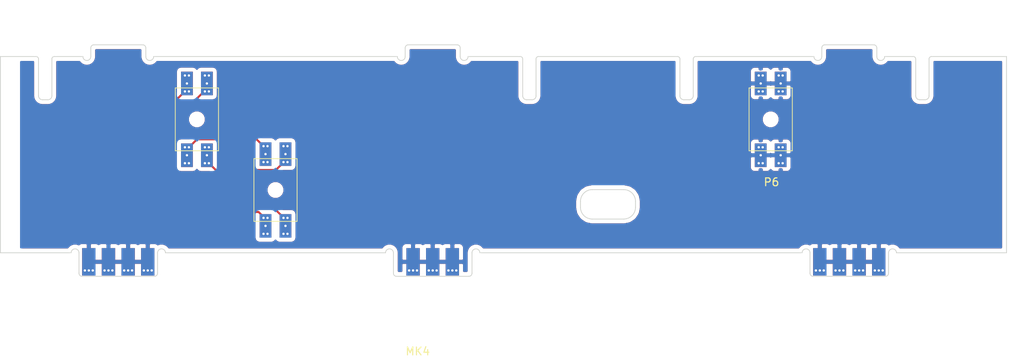
<source format=kicad_pcb>
(kicad_pcb (version 20171130) (host pcbnew "(2018-01-22 revision c702646)-master")

  (general
    (thickness 1.6)
    (drawings 96)
    (tracks 69)
    (zones 0)
    (modules 10)
    (nets 6)
  )

  (page A4)
  (layers
    (0 F.Cu signal)
    (31 B.Cu signal)
    (32 B.Adhes user)
    (33 F.Adhes user)
    (34 B.Paste user)
    (35 F.Paste user)
    (36 B.SilkS user)
    (37 F.SilkS user)
    (38 B.Mask user)
    (39 F.Mask user)
    (40 Dwgs.User user)
    (41 Cmts.User user)
    (42 Eco1.User user hide)
    (43 Eco2.User user hide)
    (44 Edge.Cuts user)
    (45 Margin user)
    (46 B.CrtYd user)
    (47 F.CrtYd user)
    (48 B.Fab user)
    (49 F.Fab user)
  )

  (setup
    (last_trace_width 0.25)
    (trace_clearance 0.2)
    (zone_clearance 0.508)
    (zone_45_only no)
    (trace_min 0.2)
    (segment_width 0.1)
    (edge_width 0.1)
    (via_size 0.8)
    (via_drill 0.4)
    (via_min_size 0.4)
    (via_min_drill 0.3)
    (uvia_size 0.3)
    (uvia_drill 0.1)
    (uvias_allowed no)
    (uvia_min_size 0.2)
    (uvia_min_drill 0.1)
    (pcb_text_width 0.3)
    (pcb_text_size 1.5 1.5)
    (mod_edge_width 0.15)
    (mod_text_size 1 1)
    (mod_text_width 0.15)
    (pad_size 1.524 1.524)
    (pad_drill 0.762)
    (pad_to_mask_clearance 0.2)
    (aux_axis_origin 97.08 51.51)
    (grid_origin 97.08 51.51)
    (visible_elements FFFDEF7F)
    (pcbplotparams
      (layerselection 0x010f0_ffffffff)
      (usegerberextensions true)
      (usegerberattributes false)
      (usegerberadvancedattributes false)
      (creategerberjobfile true)
      (excludeedgelayer true)
      (linewidth 0.100000)
      (plotframeref false)
      (viasonmask false)
      (mode 1)
      (useauxorigin true)
      (hpglpennumber 1)
      (hpglpenspeed 20)
      (hpglpendiameter 15)
      (psnegative false)
      (psa4output false)
      (plotreference false)
      (plotvalue false)
      (plotinvisibletext false)
      (padsonsilk false)
      (subtractmaskfromsilk false)
      (outputformat 1)
      (mirror false)
      (drillshape 0)
      (scaleselection 1)
      (outputdirectory With-holes-DI-Lambda-UNO-side-v1.6-gerbers-2018-mar-26))
  )

  (net 0 "")
  (net 1 GND)
  (net 2 /A+)
  (net 3 /A-)
  (net 4 /B-)
  (net 5 /B+)

  (net_class Default "This is the default net class."
    (clearance 0.2)
    (trace_width 0.25)
    (via_dia 0.8)
    (via_drill 0.4)
    (uvia_dia 0.3)
    (uvia_drill 0.1)
    (add_net /A+)
    (add_net /A-)
    (add_net /B+)
    (add_net /B-)
    (add_net GND)
  )

  (module Cuvette-holder:Cuvette_holder_side_hole (layer F.Cu) (tedit 5AB641FD) (tstamp 5AF9C337)
    (at 174.38 68.46)
    (path /5AC612F5)
    (fp_text reference MK4 (at -24.2 20.6) (layer F.SilkS)
      (effects (font (size 1 1) (thickness 0.15)))
    )
    (fp_text value Mounting_Hole (at -24.2 19.6) (layer F.Fab)
      (effects (font (size 1 1) (thickness 0.15)))
    )
    (fp_line (start 3.5 2.25) (end 3.5 1.5) (layer Edge.Cuts) (width 0.1))
    (fp_line (start -3.5 2.25) (end -3.5 1.5) (layer Edge.Cuts) (width 0.1))
    (fp_arc (start 2 1.5) (end 3.5 1.5) (angle -90) (layer Edge.Cuts) (width 0.1))
    (fp_arc (start 2 2.25) (end 2 3.75) (angle -90) (layer Edge.Cuts) (width 0.1))
    (fp_arc (start -2 1.5) (end -2 0) (angle -90) (layer Edge.Cuts) (width 0.1))
    (fp_arc (start -2 2.25) (end -3.5 2.25) (angle -90) (layer Edge.Cuts) (width 0.1))
    (fp_line (start -2 3.75) (end 2 3.75) (layer Edge.Cuts) (width 0.1))
    (fp_line (start -2 0) (end 2 0) (layer Edge.Cuts) (width 0.1))
    (fp_line (start 9.2 -15) (end 9.2 6) (layer F.Fab) (width 0.1))
    (fp_line (start -9.2 -15) (end -9.2 6) (layer F.Fab) (width 0.1))
    (fp_line (start -5 8.05) (end 5.05 8.05) (layer F.Fab) (width 0.1))
  )

  (module Female_socket_pitch254_smt_through-board:Female_socket_2.54_2x2p_horizontal_smt (layer F.Cu) (tedit 5A7729CF) (tstamp 5AB2AF5F)
    (at 195.08 59.51)
    (path /5A9648C1)
    (fp_text reference P6 (at 0.1 8) (layer F.SilkS)
      (effects (font (size 1 1) (thickness 0.15)))
    )
    (fp_text value CONN_02X02 (at -1 11.5) (layer F.Fab)
      (effects (font (size 1 1) (thickness 0.15)))
    )
    (fp_line (start 2.75 4) (end -2.75 4) (layer F.SilkS) (width 0.1))
    (fp_line (start 2.75 -4) (end 2.75 4) (layer F.SilkS) (width 0.1))
    (fp_line (start -2.75 -4) (end 2.75 -4) (layer F.SilkS) (width 0.1))
    (fp_line (start -2.75 4) (end -2.75 -4) (layer F.SilkS) (width 0.1))
    (pad 2 thru_hole circle (at 1.016 3.556) (size 0.3 0.3) (drill 0.3) (layers *.Cu *.Mask)
      (net 1 GND))
    (pad 2 thru_hole circle (at 1.524 3.556) (size 0.3 0.3) (drill 0.3) (layers *.Cu *.Mask)
      (net 1 GND))
    (pad 2 thru_hole circle (at 1.524 5.588) (size 0.3 0.3) (drill 0.3) (layers *.Cu *.Mask)
      (net 1 GND))
    (pad 2 thru_hole circle (at 1.016 5.588) (size 0.3 0.3) (drill 0.3) (layers *.Cu *.Mask)
      (net 1 GND))
    (pad 4 thru_hole circle (at -1.524 5.588) (size 0.3 0.3) (drill 0.3) (layers *.Cu *.Mask)
      (net 1 GND))
    (pad 4 thru_hole circle (at -1.016 5.588) (size 0.3 0.3) (drill 0.3) (layers *.Cu *.Mask)
      (net 1 GND))
    (pad 4 thru_hole circle (at -1.016 3.556) (size 0.3 0.3) (drill 0.3) (layers *.Cu *.Mask)
      (net 1 GND))
    (pad 4 thru_hole circle (at -1.524 3.556) (size 0.3 0.3) (drill 0.3) (layers *.Cu *.Mask)
      (net 1 GND))
    (pad 1 thru_hole circle (at 1.524 -5.588) (size 0.3 0.3) (drill 0.3) (layers *.Cu *.Mask)
      (net 1 GND))
    (pad 1 thru_hole circle (at 1.016 -5.588) (size 0.3 0.3) (drill 0.3) (layers *.Cu *.Mask)
      (net 1 GND))
    (pad 1 thru_hole circle (at 1.524 -3.556) (size 0.3 0.3) (drill 0.3) (layers *.Cu *.Mask)
      (net 1 GND))
    (pad 1 thru_hole circle (at 1.016 -3.556) (size 0.3 0.3) (drill 0.3) (layers *.Cu *.Mask)
      (net 1 GND))
    (pad 3 thru_hole circle (at -1.016 -5.588) (size 0.3 0.3) (drill 0.3) (layers *.Cu *.Mask)
      (net 1 GND))
    (pad 3 thru_hole circle (at -1.524 -5.588) (size 0.3 0.3) (drill 0.3) (layers *.Cu *.Mask)
      (net 1 GND))
    (pad 3 thru_hole circle (at -1.016 -3.556) (size 0.3 0.3) (drill 0.3) (layers *.Cu *.Mask)
      (net 1 GND))
    (pad 3 thru_hole circle (at -1.524 -3.556) (size 0.3 0.3) (drill 0.3) (layers *.Cu *.Mask)
      (net 1 GND))
    (pad "" np_thru_hole circle (at 0 0) (size 1 1) (drill 1) (layers *.Cu *.Mask))
    (pad 2 thru_hole rect (at 1.27 4.572) (size 1.5 3) (drill 0.3) (layers *.Cu *.Mask)
      (net 1 GND))
    (pad 4 thru_hole rect (at -1.27 4.572) (size 1.5 3) (drill 0.3) (layers *.Cu *.Mask)
      (net 1 GND))
    (pad 1 thru_hole rect (at 1.27 -4.572) (size 1.5 3) (drill 0.3) (layers *.Cu *.Mask)
      (net 1 GND))
    (pad 3 thru_hole rect (at -1.27 -4.572) (size 1.5 3) (drill 0.3) (layers *.Cu *.Mask)
      (net 1 GND))
  )

  (module Female_socket_pitch254_smt_through-board:Female_socket_2.54_2x2p_horizontal_smt (layer F.Cu) (tedit 5A7729CF) (tstamp 5AB2AF43)
    (at 122.08 59.51)
    (path /5A9647CE)
    (fp_text reference P5 (at 0.07 7.572) (layer F.SilkS) hide
      (effects (font (size 1 1) (thickness 0.15)))
    )
    (fp_text value CONN_02X02 (at -1 11.5) (layer F.Fab)
      (effects (font (size 1 1) (thickness 0.15)))
    )
    (fp_line (start 2.75 4) (end -2.75 4) (layer F.SilkS) (width 0.1))
    (fp_line (start 2.75 -4) (end 2.75 4) (layer F.SilkS) (width 0.1))
    (fp_line (start -2.75 -4) (end 2.75 -4) (layer F.SilkS) (width 0.1))
    (fp_line (start -2.75 4) (end -2.75 -4) (layer F.SilkS) (width 0.1))
    (pad 2 thru_hole circle (at 1.016 3.556) (size 0.3 0.3) (drill 0.3) (layers *.Cu *.Mask)
      (net 4 /B-))
    (pad 2 thru_hole circle (at 1.524 3.556) (size 0.3 0.3) (drill 0.3) (layers *.Cu *.Mask)
      (net 4 /B-))
    (pad 2 thru_hole circle (at 1.524 5.588) (size 0.3 0.3) (drill 0.3) (layers *.Cu *.Mask)
      (net 4 /B-))
    (pad 2 thru_hole circle (at 1.016 5.588) (size 0.3 0.3) (drill 0.3) (layers *.Cu *.Mask)
      (net 4 /B-))
    (pad 4 thru_hole circle (at -1.524 5.588) (size 0.3 0.3) (drill 0.3) (layers *.Cu *.Mask)
      (net 5 /B+))
    (pad 4 thru_hole circle (at -1.016 5.588) (size 0.3 0.3) (drill 0.3) (layers *.Cu *.Mask)
      (net 5 /B+))
    (pad 4 thru_hole circle (at -1.016 3.556) (size 0.3 0.3) (drill 0.3) (layers *.Cu *.Mask)
      (net 5 /B+))
    (pad 4 thru_hole circle (at -1.524 3.556) (size 0.3 0.3) (drill 0.3) (layers *.Cu *.Mask)
      (net 5 /B+))
    (pad 1 thru_hole circle (at 1.524 -5.588) (size 0.3 0.3) (drill 0.3) (layers *.Cu *.Mask)
      (net 2 /A+))
    (pad 1 thru_hole circle (at 1.016 -5.588) (size 0.3 0.3) (drill 0.3) (layers *.Cu *.Mask)
      (net 2 /A+))
    (pad 1 thru_hole circle (at 1.524 -3.556) (size 0.3 0.3) (drill 0.3) (layers *.Cu *.Mask)
      (net 2 /A+))
    (pad 1 thru_hole circle (at 1.016 -3.556) (size 0.3 0.3) (drill 0.3) (layers *.Cu *.Mask)
      (net 2 /A+))
    (pad 3 thru_hole circle (at -1.016 -5.588) (size 0.3 0.3) (drill 0.3) (layers *.Cu *.Mask)
      (net 3 /A-))
    (pad 3 thru_hole circle (at -1.524 -5.588) (size 0.3 0.3) (drill 0.3) (layers *.Cu *.Mask)
      (net 3 /A-))
    (pad 3 thru_hole circle (at -1.016 -3.556) (size 0.3 0.3) (drill 0.3) (layers *.Cu *.Mask)
      (net 3 /A-))
    (pad 3 thru_hole circle (at -1.524 -3.556) (size 0.3 0.3) (drill 0.3) (layers *.Cu *.Mask)
      (net 3 /A-))
    (pad "" np_thru_hole circle (at 0 0) (size 1 1) (drill 1) (layers *.Cu *.Mask))
    (pad 2 thru_hole rect (at 1.27 4.572) (size 1.5 3) (drill 0.3) (layers *.Cu *.Mask)
      (net 4 /B-))
    (pad 4 thru_hole rect (at -1.27 4.572) (size 1.5 3) (drill 0.3) (layers *.Cu *.Mask)
      (net 5 /B+))
    (pad 1 thru_hole rect (at 1.27 -4.572) (size 1.5 3) (drill 0.3) (layers *.Cu *.Mask)
      (net 2 /A+))
    (pad 3 thru_hole rect (at -1.27 -4.572) (size 1.5 3) (drill 0.3) (layers *.Cu *.Mask)
      (net 3 /A-))
  )

  (module Female_socket_pitch254_smt_through-board:Female_socket_2.54_2x2p_horizontal_smt (layer F.Cu) (tedit 5A7729CF) (tstamp 5AB2AF27)
    (at 132.08 68.51 180)
    (path /5A2D1373)
    (fp_text reference P1 (at 3.8 0 180) (layer F.SilkS) hide
      (effects (font (size 1 1) (thickness 0.15)))
    )
    (fp_text value CONN_02X02 (at -1 11.5 180) (layer F.Fab)
      (effects (font (size 1 1) (thickness 0.15)))
    )
    (fp_line (start 2.75 4) (end -2.75 4) (layer F.SilkS) (width 0.1))
    (fp_line (start 2.75 -4) (end 2.75 4) (layer F.SilkS) (width 0.1))
    (fp_line (start -2.75 -4) (end 2.75 -4) (layer F.SilkS) (width 0.1))
    (fp_line (start -2.75 4) (end -2.75 -4) (layer F.SilkS) (width 0.1))
    (pad 2 thru_hole circle (at 1.016 3.556 180) (size 0.3 0.3) (drill 0.3) (layers *.Cu *.Mask)
      (net 5 /B+))
    (pad 2 thru_hole circle (at 1.524 3.556 180) (size 0.3 0.3) (drill 0.3) (layers *.Cu *.Mask)
      (net 5 /B+))
    (pad 2 thru_hole circle (at 1.524 5.588 180) (size 0.3 0.3) (drill 0.3) (layers *.Cu *.Mask)
      (net 5 /B+))
    (pad 2 thru_hole circle (at 1.016 5.588 180) (size 0.3 0.3) (drill 0.3) (layers *.Cu *.Mask)
      (net 5 /B+))
    (pad 4 thru_hole circle (at -1.524 5.588 180) (size 0.3 0.3) (drill 0.3) (layers *.Cu *.Mask)
      (net 4 /B-))
    (pad 4 thru_hole circle (at -1.016 5.588 180) (size 0.3 0.3) (drill 0.3) (layers *.Cu *.Mask)
      (net 4 /B-))
    (pad 4 thru_hole circle (at -1.016 3.556 180) (size 0.3 0.3) (drill 0.3) (layers *.Cu *.Mask)
      (net 4 /B-))
    (pad 4 thru_hole circle (at -1.524 3.556 180) (size 0.3 0.3) (drill 0.3) (layers *.Cu *.Mask)
      (net 4 /B-))
    (pad 1 thru_hole circle (at 1.524 -5.588 180) (size 0.3 0.3) (drill 0.3) (layers *.Cu *.Mask)
      (net 3 /A-))
    (pad 1 thru_hole circle (at 1.016 -5.588 180) (size 0.3 0.3) (drill 0.3) (layers *.Cu *.Mask)
      (net 3 /A-))
    (pad 1 thru_hole circle (at 1.524 -3.556 180) (size 0.3 0.3) (drill 0.3) (layers *.Cu *.Mask)
      (net 3 /A-))
    (pad 1 thru_hole circle (at 1.016 -3.556 180) (size 0.3 0.3) (drill 0.3) (layers *.Cu *.Mask)
      (net 3 /A-))
    (pad 3 thru_hole circle (at -1.016 -5.588 180) (size 0.3 0.3) (drill 0.3) (layers *.Cu *.Mask)
      (net 2 /A+))
    (pad 3 thru_hole circle (at -1.524 -5.588 180) (size 0.3 0.3) (drill 0.3) (layers *.Cu *.Mask)
      (net 2 /A+))
    (pad 3 thru_hole circle (at -1.016 -3.556 180) (size 0.3 0.3) (drill 0.3) (layers *.Cu *.Mask)
      (net 2 /A+))
    (pad 3 thru_hole circle (at -1.524 -3.556 180) (size 0.3 0.3) (drill 0.3) (layers *.Cu *.Mask)
      (net 2 /A+))
    (pad "" np_thru_hole circle (at 0 0 180) (size 1 1) (drill 1) (layers *.Cu *.Mask))
    (pad 2 thru_hole rect (at 1.27 4.572 180) (size 1.5 3) (drill 0.3) (layers *.Cu *.Mask)
      (net 5 /B+))
    (pad 4 thru_hole rect (at -1.27 4.572 180) (size 1.5 3) (drill 0.3) (layers *.Cu *.Mask)
      (net 4 /B-))
    (pad 1 thru_hole rect (at 1.27 -4.572 180) (size 1.5 3) (drill 0.3) (layers *.Cu *.Mask)
      (net 3 /A-))
    (pad 3 thru_hole rect (at -1.27 -4.572 180) (size 1.5 3) (drill 0.3) (layers *.Cu *.Mask)
      (net 2 /A+))
  )

  (module Board_grooves:Tab_7mm_1.5mm (layer F.Cu) (tedit 5A76FD90) (tstamp 5AA8DFE3)
    (at 205.08 51.51 180)
    (path /5A964B8E)
    (fp_text reference MK3 (at 0.017238 2.35 180) (layer F.SilkS) hide
      (effects (font (size 1 1) (thickness 0.15)))
    )
    (fp_text value Mounting_Hole (at -1.143 6.358 180) (layer F.Fab)
      (effects (font (size 1 1) (thickness 0.15)))
    )
    (fp_arc (start -3.1 1.1) (end -3.5 1.1) (angle -90) (layer Edge.Cuts) (width 0.1))
    (fp_arc (start 3.1 1.1) (end 3.1 1.5) (angle -90) (layer Edge.Cuts) (width 0.1))
    (fp_line (start -6.5 1.6) (end 6.5 1.6) (layer F.Fab) (width 0.05))
    (fp_line (start -6.5 0) (end 6.5 0) (layer F.Fab) (width 0.05))
    (fp_line (start -3.5 1.1) (end -3.5 0) (layer Edge.Cuts) (width 0.1))
    (fp_line (start 3.5 1.1) (end 3.5 0) (layer Edge.Cuts) (width 0.1))
    (fp_line (start -3.1 1.5) (end 3.1 1.5) (layer Edge.Cuts) (width 0.1))
  )

  (module Board_grooves:Tab_7mm_1.5mm (layer F.Cu) (tedit 5A76FD90) (tstamp 5AA8DFD8)
    (at 112.08 51.51 180)
    (path /5A964B5A)
    (fp_text reference MK2 (at 0.1 2.3 180) (layer F.SilkS) hide
      (effects (font (size 1 1) (thickness 0.15)))
    )
    (fp_text value Mounting_Hole (at -1.143 6.358 180) (layer F.Fab)
      (effects (font (size 1 1) (thickness 0.15)))
    )
    (fp_arc (start -3.1 1.1) (end -3.5 1.1) (angle -90) (layer Edge.Cuts) (width 0.1))
    (fp_arc (start 3.1 1.1) (end 3.1 1.5) (angle -90) (layer Edge.Cuts) (width 0.1))
    (fp_line (start -6.5 1.6) (end 6.5 1.6) (layer F.Fab) (width 0.05))
    (fp_line (start -6.5 0) (end 6.5 0) (layer F.Fab) (width 0.05))
    (fp_line (start -3.5 1.1) (end -3.5 0) (layer Edge.Cuts) (width 0.1))
    (fp_line (start 3.5 1.1) (end 3.5 0) (layer Edge.Cuts) (width 0.1))
    (fp_line (start -3.1 1.5) (end 3.1 1.5) (layer Edge.Cuts) (width 0.1))
  )

  (module Board_grooves:Tab_7mm_1.5mm (layer F.Cu) (tedit 5A76FD90) (tstamp 5AA8DFCD)
    (at 152.08 51.51 180)
    (path /5A964AD8)
    (fp_text reference MK1 (at 0 2.5 180) (layer F.SilkS) hide
      (effects (font (size 1 1) (thickness 0.15)))
    )
    (fp_text value Mounting_Hole (at -1.143 6.358 180) (layer F.Fab)
      (effects (font (size 1 1) (thickness 0.15)))
    )
    (fp_arc (start -3.1 1.1) (end -3.5 1.1) (angle -90) (layer Edge.Cuts) (width 0.1))
    (fp_arc (start 3.1 1.1) (end 3.1 1.5) (angle -90) (layer Edge.Cuts) (width 0.1))
    (fp_line (start -6.5 1.6) (end 6.5 1.6) (layer F.Fab) (width 0.05))
    (fp_line (start -6.5 0) (end 6.5 0) (layer F.Fab) (width 0.05))
    (fp_line (start -3.5 1.1) (end -3.5 0) (layer Edge.Cuts) (width 0.1))
    (fp_line (start 3.5 1.1) (end 3.5 0) (layer Edge.Cuts) (width 0.1))
    (fp_line (start -3.1 1.5) (end 3.1 1.5) (layer Edge.Cuts) (width 0.1))
  )

  (module Board_grooves:Tab_10mm_3pads_vias_3mm (layer F.Cu) (tedit 5A76F61A) (tstamp 5A9F3D10)
    (at 152.08 76.51)
    (path /5A72FB91)
    (fp_text reference P3 (at 0 4.5) (layer F.SilkS) hide
      (effects (font (size 1 1) (thickness 0.15)))
    )
    (fp_text value CONN_01X04 (at -1.143 6.358) (layer F.Fab)
      (effects (font (size 1 1) (thickness 0.15)))
    )
    (fp_arc (start -4.6 2.6) (end -5 2.6) (angle -90) (layer Edge.Cuts) (width 0.1))
    (fp_arc (start 4.6 2.6) (end 4.6 3) (angle -90) (layer Edge.Cuts) (width 0.1))
    (fp_line (start -6.5 1.6) (end 6.5 1.6) (layer F.Fab) (width 0.05))
    (fp_line (start -6.5 0) (end 6.5 0) (layer F.Fab) (width 0.05))
    (fp_line (start -5 2.6) (end -5 0) (layer Edge.Cuts) (width 0.1))
    (fp_line (start 5 2.6) (end 5 0) (layer Edge.Cuts) (width 0.1))
    (fp_line (start -4.6 3) (end 4.6 3) (layer Edge.Cuts) (width 0.1))
    (pad 3 thru_hole circle (at 3 2.25) (size 0.3 0.3) (drill 0.3) (layers *.Cu *.Mask)
      (net 1 GND) (zone_connect 2))
    (pad 2 thru_hole circle (at 0.5 2.25) (size 0.3 0.3) (drill 0.3) (layers *.Cu *.Mask)
      (net 1 GND) (zone_connect 2))
    (pad 1 thru_hole circle (at -2 2.25) (size 0.3 0.3) (drill 0.3) (layers *.Cu *.Mask)
      (net 1 GND) (zone_connect 2))
    (pad 3 thru_hole circle (at 2 2.25) (size 0.3 0.3) (drill 0.3) (layers *.Cu *.Mask)
      (net 1 GND) (zone_connect 2))
    (pad 2 thru_hole circle (at -0.5 2.25) (size 0.3 0.3) (drill 0.3) (layers *.Cu *.Mask)
      (net 1 GND) (zone_connect 2))
    (pad 1 thru_hole circle (at -3 2.25) (size 0.3 0.3) (drill 0.3) (layers *.Cu *.Mask)
      (net 1 GND) (zone_connect 2))
    (pad 3 thru_hole rect (at 2.5 2.25) (size 1.7 3.5) (drill 0.3 (offset 0 -1.1)) (layers *.Cu *.Mask)
      (net 1 GND) (zone_connect 1))
    (pad 1 thru_hole rect (at -2.5 2.25) (size 1.7 3.5) (drill 0.3 (offset 0 -1.1)) (layers *.Cu *.Mask)
      (net 1 GND) (zone_connect 1))
    (pad 2 thru_hole rect (at 0 2.25) (size 1.7 3.5) (drill 0.3 (offset 0 -1.1)) (layers *.Cu *.Mask)
      (net 1 GND) (zone_connect 1))
  )

  (module Board_grooves:Tab_10mm_4pads_vias_3mm (layer F.Cu) (tedit 5A76F7AB) (tstamp 5A7D3F82)
    (at 205.08 76.51)
    (path /5A72FE2B)
    (fp_text reference P4 (at -1.143 7.358) (layer F.SilkS) hide
      (effects (font (size 1 1) (thickness 0.15)))
    )
    (fp_text value CONN_01X04 (at -1.143 6.358) (layer F.Fab)
      (effects (font (size 1 1) (thickness 0.15)))
    )
    (fp_arc (start -4.6 2.6) (end -5 2.6) (angle -90) (layer Edge.Cuts) (width 0.1))
    (fp_arc (start 4.6 2.6) (end 4.6 3) (angle -90) (layer Edge.Cuts) (width 0.1))
    (fp_line (start -6.5 1.6) (end 6.5 1.6) (layer F.Fab) (width 0.05))
    (fp_line (start -6.5 0) (end 6.5 0) (layer F.Fab) (width 0.05))
    (fp_line (start -5 2.6) (end -5 0) (layer Edge.Cuts) (width 0.1))
    (fp_line (start 5 2.6) (end 5 0) (layer Edge.Cuts) (width 0.1))
    (fp_line (start -4.6 3) (end 4.6 3) (layer Edge.Cuts) (width 0.1))
    (pad 4 thru_hole circle (at 4.25 2.25) (size 0.3 0.3) (drill 0.3) (layers *.Cu *.Mask)
      (net 1 GND) (zone_connect 2))
    (pad 3 thru_hole circle (at 1.75 2.25) (size 0.3 0.3) (drill 0.3) (layers *.Cu *.Mask)
      (net 1 GND) (zone_connect 2))
    (pad 2 thru_hole circle (at -0.75 2.25) (size 0.3 0.3) (drill 0.3) (layers *.Cu *.Mask)
      (net 1 GND) (zone_connect 2))
    (pad 1 thru_hole circle (at -3.25 2.25) (size 0.3 0.3) (drill 0.3) (layers *.Cu *.Mask)
      (net 1 GND) (zone_connect 2))
    (pad 4 thru_hole circle (at 3.25 2.25) (size 0.3 0.3) (drill 0.3) (layers *.Cu *.Mask)
      (net 1 GND) (zone_connect 2))
    (pad 3 thru_hole circle (at 0.75 2.25) (size 0.3 0.3) (drill 0.3) (layers *.Cu *.Mask)
      (net 1 GND) (zone_connect 2))
    (pad 2 thru_hole circle (at -1.75 2.25) (size 0.3 0.3) (drill 0.3) (layers *.Cu *.Mask)
      (net 1 GND) (zone_connect 2))
    (pad 1 thru_hole circle (at -4.25 2.25) (size 0.3 0.3) (drill 0.3) (layers *.Cu *.Mask)
      (net 1 GND) (zone_connect 2))
    (pad 4 thru_hole rect (at 3.75 2.25) (size 1.7 3.5) (drill 0.3 (offset 0 -1.1)) (layers *.Cu *.Mask)
      (net 1 GND) (zone_connect 1))
    (pad 3 thru_hole rect (at 1.25 2.25) (size 1.7 3.5) (drill 0.3 (offset 0 -1.1)) (layers *.Cu *.Mask)
      (net 1 GND) (zone_connect 1))
    (pad 1 thru_hole rect (at -3.75 2.25) (size 1.7 3.5) (drill 0.3 (offset 0 -1.1)) (layers *.Cu *.Mask)
      (net 1 GND) (zone_connect 1))
    (pad 2 thru_hole rect (at -1.25 2.25) (size 1.7 3.5) (drill 0.3 (offset 0 -1.1)) (layers *.Cu *.Mask)
      (net 1 GND) (zone_connect 1))
  )

  (module Board_grooves:Tab_10mm_4pads_vias_3mm (layer F.Cu) (tedit 5A76F7AB) (tstamp 5A7D3F50)
    (at 112.08 76.51)
    (path /5A72F2C0)
    (fp_text reference P2 (at 0 4.5) (layer F.SilkS) hide
      (effects (font (size 1 1) (thickness 0.15)))
    )
    (fp_text value CONN_01X04 (at -1.143 6.358) (layer F.Fab)
      (effects (font (size 1 1) (thickness 0.15)))
    )
    (fp_arc (start -4.6 2.6) (end -5 2.6) (angle -90) (layer Edge.Cuts) (width 0.1))
    (fp_arc (start 4.6 2.6) (end 4.6 3) (angle -90) (layer Edge.Cuts) (width 0.1))
    (fp_line (start -6.5 1.6) (end 6.5 1.6) (layer F.Fab) (width 0.05))
    (fp_line (start -6.5 0) (end 6.5 0) (layer F.Fab) (width 0.05))
    (fp_line (start -5 2.6) (end -5 0) (layer Edge.Cuts) (width 0.1))
    (fp_line (start 5 2.6) (end 5 0) (layer Edge.Cuts) (width 0.1))
    (fp_line (start -4.6 3) (end 4.6 3) (layer Edge.Cuts) (width 0.1))
    (pad 4 thru_hole circle (at 4.25 2.25) (size 0.3 0.3) (drill 0.3) (layers *.Cu *.Mask)
      (net 1 GND) (zone_connect 2))
    (pad 3 thru_hole circle (at 1.75 2.25) (size 0.3 0.3) (drill 0.3) (layers *.Cu *.Mask)
      (net 1 GND) (zone_connect 2))
    (pad 2 thru_hole circle (at -0.75 2.25) (size 0.3 0.3) (drill 0.3) (layers *.Cu *.Mask)
      (net 1 GND) (zone_connect 2))
    (pad 1 thru_hole circle (at -3.25 2.25) (size 0.3 0.3) (drill 0.3) (layers *.Cu *.Mask)
      (net 1 GND) (zone_connect 2))
    (pad 4 thru_hole circle (at 3.25 2.25) (size 0.3 0.3) (drill 0.3) (layers *.Cu *.Mask)
      (net 1 GND) (zone_connect 2))
    (pad 3 thru_hole circle (at 0.75 2.25) (size 0.3 0.3) (drill 0.3) (layers *.Cu *.Mask)
      (net 1 GND) (zone_connect 2))
    (pad 2 thru_hole circle (at -1.75 2.25) (size 0.3 0.3) (drill 0.3) (layers *.Cu *.Mask)
      (net 1 GND) (zone_connect 2))
    (pad 1 thru_hole circle (at -4.25 2.25) (size 0.3 0.3) (drill 0.3) (layers *.Cu *.Mask)
      (net 1 GND) (zone_connect 2))
    (pad 4 thru_hole rect (at 3.75 2.25) (size 1.7 3.5) (drill 0.3 (offset 0 -1.1)) (layers *.Cu *.Mask)
      (net 1 GND) (zone_connect 1))
    (pad 3 thru_hole rect (at 1.25 2.25) (size 1.7 3.5) (drill 0.3 (offset 0 -1.1)) (layers *.Cu *.Mask)
      (net 1 GND) (zone_connect 1))
    (pad 1 thru_hole rect (at -3.75 2.25) (size 1.7 3.5) (drill 0.3 (offset 0 -1.1)) (layers *.Cu *.Mask)
      (net 1 GND) (zone_connect 1))
    (pad 2 thru_hole rect (at -1.25 2.25) (size 1.7 3.5) (drill 0.3 (offset 0 -1.1)) (layers *.Cu *.Mask)
      (net 1 GND) (zone_connect 1))
  )

  (dimension 4 (width 0.3) (layer Eco1.User) (tstamp 5AB2B453)
    (gr_text "4.000 mm" (at 190.03 53.521574 90) (layer Eco1.User) (tstamp 5AB2B453)
      (effects (font (size 1.5 1.5) (thickness 0.3)))
    )
    (feature1 (pts (xy 194.36811 51.521574) (xy 188.68 51.521574)))
    (feature2 (pts (xy 194.36811 55.521574) (xy 188.68 55.521574)))
    (crossbar (pts (xy 191.38 55.521574) (xy 191.38 51.521574)))
    (arrow1a (pts (xy 191.38 51.521574) (xy 191.966421 52.648078)))
    (arrow1b (pts (xy 191.38 51.521574) (xy 190.793579 52.648078)))
    (arrow2a (pts (xy 191.38 55.521574) (xy 191.966421 54.39507)))
    (arrow2b (pts (xy 191.38 55.521574) (xy 190.793579 54.39507)))
  )
  (dimension 10 (width 0.3) (layer Eco1.User) (tstamp 5AB2B44E)
    (gr_text "10.000 mm" (at 200.08 62.46) (layer Eco1.User) (tstamp 5AB2B44E)
      (effects (font (size 1.5 1.5) (thickness 0.3)))
    )
    (feature1 (pts (xy 205.08 58.91) (xy 205.08 63.81)))
    (feature2 (pts (xy 195.08 58.91) (xy 195.08 63.81)))
    (crossbar (pts (xy 195.08 61.11) (xy 205.08 61.11)))
    (arrow1a (pts (xy 205.08 61.11) (xy 203.953496 61.696421)))
    (arrow1b (pts (xy 205.08 61.11) (xy 203.953496 60.523579)))
    (arrow2a (pts (xy 195.08 61.11) (xy 196.206504 61.696421)))
    (arrow2b (pts (xy 195.08 61.11) (xy 196.206504 60.523579)))
  )
  (dimension 10 (width 0.3) (layer Eco1.User)
    (gr_text "10.000 mm" (at 117.08 58.06) (layer Eco1.User)
      (effects (font (size 1.5 1.5) (thickness 0.3)))
    )
    (feature1 (pts (xy 122.08 60.41) (xy 122.08 56.71)))
    (feature2 (pts (xy 112.08 60.41) (xy 112.08 56.71)))
    (crossbar (pts (xy 112.08 59.41) (xy 122.08 59.41)))
    (arrow1a (pts (xy 122.08 59.41) (xy 120.953496 59.996421)))
    (arrow1b (pts (xy 122.08 59.41) (xy 120.953496 58.823579)))
    (arrow2a (pts (xy 112.08 59.41) (xy 113.206504 59.996421)))
    (arrow2b (pts (xy 112.08 59.41) (xy 113.206504 58.823579)))
  )
  (dimension 4 (width 0.3) (layer Eco1.User)
    (gr_text "4.000 mm" (at 127.83 53.51 270) (layer Eco1.User)
      (effects (font (size 1.5 1.5) (thickness 0.3)))
    )
    (feature1 (pts (xy 125.28 55.51) (xy 129.18 55.51)))
    (feature2 (pts (xy 125.28 51.51) (xy 129.18 51.51)))
    (crossbar (pts (xy 126.48 51.51) (xy 126.48 55.51)))
    (arrow1a (pts (xy 126.48 55.51) (xy 125.893579 54.383496)))
    (arrow1b (pts (xy 126.48 55.51) (xy 127.066421 54.383496)))
    (arrow2a (pts (xy 126.48 51.51) (xy 125.893579 52.636504)))
    (arrow2b (pts (xy 126.48 51.51) (xy 127.066421 52.636504)))
  )
  (dimension 4 (width 0.3) (layer Eco1.User)
    (gr_text "4.000 mm" (at 123.13 74.51 90) (layer Eco1.User)
      (effects (font (size 1.5 1.5) (thickness 0.3)))
    )
    (feature1 (pts (xy 128.48 72.51) (xy 121.78 72.51)))
    (feature2 (pts (xy 128.48 76.51) (xy 121.78 76.51)))
    (crossbar (pts (xy 124.48 76.51) (xy 124.48 72.51)))
    (arrow1a (pts (xy 124.48 72.51) (xy 125.066421 73.636504)))
    (arrow1b (pts (xy 124.48 72.51) (xy 123.893579 73.636504)))
    (arrow2a (pts (xy 124.48 76.51) (xy 125.066421 75.383496)))
    (arrow2b (pts (xy 124.48 76.51) (xy 123.893579 75.383496)))
  )
  (dimension 20 (width 0.3) (layer Eco1.User)
    (gr_text "20.000 mm" (at 122.08 83.06) (layer Eco1.User)
      (effects (font (size 1.5 1.5) (thickness 0.3)))
    )
    (feature1 (pts (xy 132.08 73.91) (xy 132.08 84.41)))
    (feature2 (pts (xy 112.08 73.91) (xy 112.08 84.41)))
    (crossbar (pts (xy 112.08 81.71) (xy 132.08 81.71)))
    (arrow1a (pts (xy 132.08 81.71) (xy 130.953496 82.296421)))
    (arrow1b (pts (xy 132.08 81.71) (xy 130.953496 81.123579)))
    (arrow2a (pts (xy 112.08 81.71) (xy 113.206504 82.296421)))
    (arrow2b (pts (xy 112.08 81.71) (xy 113.206504 81.123579)))
  )
  (gr_arc (start 209.08 51.51) (end 209.58 51.51) (angle 180) (layer Edge.Cuts) (width 0.1) (tstamp 5AA8E20A))
  (gr_arc (start 201.08 51.51) (end 201.58 51.51) (angle 180) (layer Edge.Cuts) (width 0.1) (tstamp 5AA8E205))
  (gr_arc (start 156.08 51.51) (end 156.58 51.51) (angle 180) (layer Edge.Cuts) (width 0.1) (tstamp 5AA8E1FA))
  (gr_arc (start 148.08 51.51) (end 148.58 51.51) (angle 180) (layer Edge.Cuts) (width 0.1) (tstamp 5AA8E1F4))
  (gr_arc (start 116.08 51.51) (end 116.58 51.51) (angle 180) (layer Edge.Cuts) (width 0.1) (tstamp 5AA8E1EF))
  (gr_arc (start 108.08 51.51) (end 108.58 51.51) (angle 180) (layer Edge.Cuts) (width 0.1) (tstamp 5AA8E1E8))
  (gr_line (start 205.08 74.01) (end 205.08 53.01) (layer Eco1.User) (width 0.1) (tstamp 5A7D4567))
  (gr_line (start 152.08 74.01) (end 152.08 53.01) (layer Eco1.User) (width 0.1) (tstamp 5A7D4562))
  (gr_line (start 112.08 74.01) (end 112.08 53.01) (layer Eco1.User) (width 0.1))
  (gr_line (start 116.58 51.51) (end 147.58 51.51) (layer Edge.Cuts) (width 0.1))
  (gr_line (start 94.68 49.91) (end 223.08 49.91) (layer Eco1.User) (width 0.05))
  (gr_line (start 105.88 79.61) (end 220.48 79.61) (layer Eco1.User) (width 0.05))
  (dimension 3.1 (width 0.3) (layer Eco1.User)
    (gr_text "3.100 mm" (at 100.03 78.06 270) (layer Eco1.User)
      (effects (font (size 1.5 1.5) (thickness 0.3)))
    )
    (feature1 (pts (xy 105.98 79.61) (xy 98.68 79.61)))
    (feature2 (pts (xy 105.98 76.51) (xy 98.68 76.51)))
    (crossbar (pts (xy 101.38 76.51) (xy 101.38 79.61)))
    (arrow1a (pts (xy 101.38 79.61) (xy 100.793579 78.483496)))
    (arrow1b (pts (xy 101.38 79.61) (xy 101.966421 78.483496)))
    (arrow2a (pts (xy 101.38 76.51) (xy 100.793579 77.636504)))
    (arrow2b (pts (xy 101.38 76.51) (xy 101.966421 77.636504)))
  )
  (dimension 5.5 (width 0.3) (layer Eco1.User)
    (gr_text "5.500 mm" (at 90.83 54.26 270) (layer Eco1.User)
      (effects (font (size 1.5 1.5) (thickness 0.3)))
    )
    (feature1 (pts (xy 95.08 57.01) (xy 89.48 57.01)))
    (feature2 (pts (xy 95.08 51.51) (xy 89.48 51.51)))
    (crossbar (pts (xy 92.18 51.51) (xy 92.18 57.01)))
    (arrow1a (pts (xy 92.18 57.01) (xy 91.593579 55.883496)))
    (arrow1b (pts (xy 92.18 57.01) (xy 92.766421 55.883496)))
    (arrow2a (pts (xy 92.18 51.51) (xy 91.593579 52.636504)))
    (arrow2b (pts (xy 92.18 51.51) (xy 92.766421 52.636504)))
  )
  (dimension 4.9 (width 0.3) (layer Eco1.User)
    (gr_text "4.900 mm" (at 217.63 41.26) (layer Eco1.User)
      (effects (font (size 1.5 1.5) (thickness 0.3)))
    )
    (feature1 (pts (xy 220.08 51.21) (xy 220.08 39.91)))
    (feature2 (pts (xy 215.18 51.21) (xy 215.18 39.91)))
    (crossbar (pts (xy 215.18 42.61) (xy 220.08 42.61)))
    (arrow1a (pts (xy 220.08 42.61) (xy 218.953496 43.196421)))
    (arrow1b (pts (xy 220.08 42.61) (xy 218.953496 42.023579)))
    (arrow2a (pts (xy 215.18 42.61) (xy 216.306504 43.196421)))
    (arrow2b (pts (xy 215.18 42.61) (xy 216.306504 42.023579)))
  )
  (dimension 1.6 (width 0.3) (layer Eco1.User)
    (gr_text "1.600 mm" (at 214.38 60.96) (layer Eco1.User)
      (effects (font (size 1.5 1.5) (thickness 0.3)))
    )
    (feature1 (pts (xy 215.18 56.11) (xy 215.18 62.31)))
    (feature2 (pts (xy 213.58 56.11) (xy 213.58 62.31)))
    (crossbar (pts (xy 213.58 59.61) (xy 215.18 59.61)))
    (arrow1a (pts (xy 215.18 59.61) (xy 214.053496 60.196421)))
    (arrow1b (pts (xy 215.18 59.61) (xy 214.053496 59.023579)))
    (arrow2a (pts (xy 213.58 59.61) (xy 214.706504 60.196421)))
    (arrow2b (pts (xy 213.58 59.61) (xy 214.706504 59.023579)))
  )
  (dimension 5 (width 0.3) (layer Eco1.User)
    (gr_text "5.000 mm" (at 211.08 43.96) (layer Eco1.User)
      (effects (font (size 1.5 1.5) (thickness 0.3)))
    )
    (feature1 (pts (xy 213.58 49.71) (xy 213.58 42.61)))
    (feature2 (pts (xy 208.58 49.71) (xy 208.58 42.61)))
    (crossbar (pts (xy 208.58 45.31) (xy 213.58 45.31)))
    (arrow1a (pts (xy 213.58 45.31) (xy 212.453496 45.896421)))
    (arrow1b (pts (xy 213.58 45.31) (xy 212.453496 44.723579)))
    (arrow2a (pts (xy 208.58 45.31) (xy 209.706504 45.896421)))
    (arrow2b (pts (xy 208.58 45.31) (xy 209.706504 44.723579)))
  )
  (dimension 7 (width 0.3) (layer Eco1.User)
    (gr_text "7.000 mm" (at 205.08 46.76) (layer Eco1.User)
      (effects (font (size 1.5 1.5) (thickness 0.3)))
    )
    (feature1 (pts (xy 208.58 53.01) (xy 208.58 45.41)))
    (feature2 (pts (xy 201.58 53.01) (xy 201.58 45.41)))
    (crossbar (pts (xy 201.58 48.11) (xy 208.58 48.11)))
    (arrow1a (pts (xy 208.58 48.11) (xy 207.453496 48.696421)))
    (arrow1b (pts (xy 208.58 48.11) (xy 207.453496 47.523579)))
    (arrow2a (pts (xy 201.58 48.11) (xy 202.706504 48.696421)))
    (arrow2b (pts (xy 201.58 48.11) (xy 202.706504 47.523579)))
  )
  (dimension 16.4 (width 0.3) (layer Eco1.User)
    (gr_text "16.400 mm" (at 193.38 42.96) (layer Eco1.User)
      (effects (font (size 1.5 1.5) (thickness 0.3)))
    )
    (feature1 (pts (xy 185.18 49.71) (xy 185.18 41.61)))
    (feature2 (pts (xy 201.58 49.71) (xy 201.58 41.61)))
    (crossbar (pts (xy 201.58 44.31) (xy 185.18 44.31)))
    (arrow1a (pts (xy 185.18 44.31) (xy 186.306504 43.723579)))
    (arrow1b (pts (xy 185.18 44.31) (xy 186.306504 44.896421)))
    (arrow2a (pts (xy 201.58 44.31) (xy 200.453496 43.723579)))
    (arrow2b (pts (xy 201.58 44.31) (xy 200.453496 44.896421)))
  )
  (dimension 1.6 (width 0.3) (layer Eco1.User) (tstamp 59ED9C74)
    (gr_text "1.600 mm" (at 184.38 59.66) (layer Eco1.User) (tstamp 59ED9C74)
      (effects (font (size 1.5 1.5) (thickness 0.3)))
    )
    (feature1 (pts (xy 185.18 56.01) (xy 185.18 61.01)))
    (feature2 (pts (xy 183.58 56.01) (xy 183.58 61.01)))
    (crossbar (pts (xy 183.58 58.31) (xy 185.18 58.31)))
    (arrow1a (pts (xy 185.18 58.31) (xy 184.053496 58.896421)))
    (arrow1b (pts (xy 185.18 58.31) (xy 184.053496 57.723579)))
    (arrow2a (pts (xy 183.58 58.31) (xy 184.706504 58.896421)))
    (arrow2b (pts (xy 183.58 58.31) (xy 184.706504 57.723579)))
  )
  (dimension 18.4 (width 0.3) (layer Eco1.User)
    (gr_text "18.400 mm" (at 174.38 42.96) (layer Eco1.User)
      (effects (font (size 1.5 1.5) (thickness 0.3)))
    )
    (feature1 (pts (xy 183.58 51.31) (xy 183.58 41.61)))
    (feature2 (pts (xy 165.18 51.31) (xy 165.18 41.61)))
    (crossbar (pts (xy 165.18 44.31) (xy 183.58 44.31)))
    (arrow1a (pts (xy 183.58 44.31) (xy 182.453496 44.896421)))
    (arrow1b (pts (xy 183.58 44.31) (xy 182.453496 43.723579)))
    (arrow2a (pts (xy 165.18 44.31) (xy 166.306504 44.896421)))
    (arrow2b (pts (xy 165.18 44.31) (xy 166.306504 43.723579)))
  )
  (dimension 1.6 (width 0.3) (layer Eco1.User)
    (gr_text "1.600 mm" (at 164.38 60.06) (layer Eco1.User)
      (effects (font (size 1.5 1.5) (thickness 0.3)))
    )
    (feature1 (pts (xy 165.18 56.41) (xy 165.18 61.41)))
    (feature2 (pts (xy 163.58 56.41) (xy 163.58 61.41)))
    (crossbar (pts (xy 163.58 58.71) (xy 165.18 58.71)))
    (arrow1a (pts (xy 165.18 58.71) (xy 164.053496 59.296421)))
    (arrow1b (pts (xy 165.18 58.71) (xy 164.053496 58.123579)))
    (arrow2a (pts (xy 163.58 58.71) (xy 164.706504 59.296421)))
    (arrow2b (pts (xy 163.58 58.71) (xy 164.706504 58.123579)))
  )
  (dimension 8 (width 0.3) (layer Eco1.User)
    (gr_text "8.000 mm" (at 159.58 38.86) (layer Eco1.User)
      (effects (font (size 1.5 1.5) (thickness 0.3)))
    )
    (feature1 (pts (xy 163.58 49.71) (xy 163.58 37.51)))
    (feature2 (pts (xy 155.58 49.71) (xy 155.58 37.51)))
    (crossbar (pts (xy 155.58 40.21) (xy 163.58 40.21)))
    (arrow1a (pts (xy 163.58 40.21) (xy 162.453496 40.796421)))
    (arrow1b (pts (xy 163.58 40.21) (xy 162.453496 39.623579)))
    (arrow2a (pts (xy 155.58 40.21) (xy 156.706504 40.796421)))
    (arrow2b (pts (xy 155.58 40.21) (xy 156.706504 39.623579)))
  )
  (dimension 7 (width 0.3) (layer Eco1.User) (tstamp 59ED9B4B)
    (gr_text "7.000 mm" (at 152.08 42.96) (layer Eco1.User) (tstamp 59ED9B4B)
      (effects (font (size 1.5 1.5) (thickness 0.3)))
    )
    (feature1 (pts (xy 155.58 49.71) (xy 155.58 41.61)))
    (feature2 (pts (xy 148.58 49.71) (xy 148.58 41.61)))
    (crossbar (pts (xy 148.58 44.31) (xy 155.58 44.31)))
    (arrow1a (pts (xy 155.58 44.31) (xy 154.453496 44.896421)))
    (arrow1b (pts (xy 155.58 44.31) (xy 154.453496 43.723579)))
    (arrow2a (pts (xy 148.58 44.31) (xy 149.706504 44.896421)))
    (arrow2b (pts (xy 148.58 44.31) (xy 149.706504 43.723579)))
  )
  (dimension 33 (width 0.3) (layer Eco1.User)
    (gr_text "33.000 mm" (at 132.08 36.76) (layer Eco1.User)
      (effects (font (size 1.5 1.5) (thickness 0.3)))
    )
    (feature1 (pts (xy 148.58 52.31) (xy 148.58 35.41)))
    (feature2 (pts (xy 115.58 52.31) (xy 115.58 35.41)))
    (crossbar (pts (xy 115.58 38.11) (xy 148.58 38.11)))
    (arrow1a (pts (xy 148.58 38.11) (xy 147.453496 38.696421)))
    (arrow1b (pts (xy 148.58 38.11) (xy 147.453496 37.523579)))
    (arrow2a (pts (xy 115.58 38.11) (xy 116.706504 38.696421)))
    (arrow2b (pts (xy 115.58 38.11) (xy 116.706504 37.523579)))
  )
  (dimension 7 (width 0.3) (layer Eco1.User)
    (gr_text "7.000 mm" (at 112.08 41.76) (layer Eco1.User)
      (effects (font (size 1.5 1.5) (thickness 0.3)))
    )
    (feature1 (pts (xy 115.58 49.71) (xy 115.58 40.41)))
    (feature2 (pts (xy 108.58 49.71) (xy 108.58 40.41)))
    (crossbar (pts (xy 108.58 43.11) (xy 115.58 43.11)))
    (arrow1a (pts (xy 115.58 43.11) (xy 114.453496 43.696421)))
    (arrow1b (pts (xy 115.58 43.11) (xy 114.453496 42.523579)))
    (arrow2a (pts (xy 108.58 43.11) (xy 109.706504 43.696421)))
    (arrow2b (pts (xy 108.58 43.11) (xy 109.706504 42.523579)))
  )
  (dimension 5 (width 0.3) (layer Eco1.User)
    (gr_text "5.000 mm" (at 106.08 55.96) (layer Eco1.User)
      (effects (font (size 1.5 1.5) (thickness 0.3)))
    )
    (feature1 (pts (xy 108.58 53.81) (xy 108.58 57.31)))
    (feature2 (pts (xy 103.58 53.81) (xy 103.58 57.31)))
    (crossbar (pts (xy 103.58 54.61) (xy 108.58 54.61)))
    (arrow1a (pts (xy 108.58 54.61) (xy 107.453496 55.196421)))
    (arrow1b (pts (xy 108.58 54.61) (xy 107.453496 54.023579)))
    (arrow2a (pts (xy 103.58 54.61) (xy 104.706504 55.196421)))
    (arrow2b (pts (xy 103.58 54.61) (xy 104.706504 54.023579)))
  )
  (dimension 1.6 (width 0.3) (layer Eco1.User)
    (gr_text "1.600 mm" (at 102.78 58.66) (layer Eco1.User)
      (effects (font (size 1.5 1.5) (thickness 0.3)))
    )
    (feature1 (pts (xy 103.58 56.21) (xy 103.58 60.01)))
    (feature2 (pts (xy 101.98 56.21) (xy 101.98 60.01)))
    (crossbar (pts (xy 101.98 57.31) (xy 103.58 57.31)))
    (arrow1a (pts (xy 103.58 57.31) (xy 102.453496 57.896421)))
    (arrow1b (pts (xy 103.58 57.31) (xy 102.453496 56.723579)))
    (arrow2a (pts (xy 101.98 57.31) (xy 103.106504 57.896421)))
    (arrow2b (pts (xy 101.98 57.31) (xy 103.106504 56.723579)))
  )
  (dimension 4.9 (width 0.3) (layer Eco1.User)
    (gr_text "4.900 mm" (at 99.53 40.36) (layer Eco1.User)
      (effects (font (size 1.5 1.5) (thickness 0.3)))
    )
    (feature1 (pts (xy 101.98 50.71) (xy 101.98 39.01)))
    (feature2 (pts (xy 97.08 50.71) (xy 97.08 39.01)))
    (crossbar (pts (xy 97.08 41.71) (xy 101.98 41.71)))
    (arrow1a (pts (xy 101.98 41.71) (xy 100.853496 42.296421)))
    (arrow1b (pts (xy 101.98 41.71) (xy 100.853496 41.123579)))
    (arrow2a (pts (xy 97.08 41.71) (xy 98.206504 42.296421)))
    (arrow2b (pts (xy 97.08 41.71) (xy 98.206504 41.123579)))
  )
  (dimension 15 (width 0.3) (layer Eco1.User)
    (gr_text "15.000 mm" (at 217.58 82.66) (layer Eco1.User)
      (effects (font (size 1.5 1.5) (thickness 0.3)))
    )
    (feature1 (pts (xy 225.08 79.01) (xy 225.08 84.01)))
    (feature2 (pts (xy 210.08 79.01) (xy 210.08 84.01)))
    (crossbar (pts (xy 210.08 81.31) (xy 225.08 81.31)))
    (arrow1a (pts (xy 225.08 81.31) (xy 223.953496 81.896421)))
    (arrow1b (pts (xy 225.08 81.31) (xy 223.953496 80.723579)))
    (arrow2a (pts (xy 210.08 81.31) (xy 211.206504 81.896421)))
    (arrow2b (pts (xy 210.08 81.31) (xy 211.206504 80.723579)))
  )
  (dimension 10 (width 0.3) (layer Eco1.User)
    (gr_text "10.000 mm" (at 205.08 86.06) (layer Eco1.User)
      (effects (font (size 1.5 1.5) (thickness 0.3)))
    )
    (feature1 (pts (xy 210.08 79.01) (xy 210.08 87.41)))
    (feature2 (pts (xy 200.08 79.01) (xy 200.08 87.41)))
    (crossbar (pts (xy 200.08 84.71) (xy 210.08 84.71)))
    (arrow1a (pts (xy 210.08 84.71) (xy 208.953496 85.296421)))
    (arrow1b (pts (xy 210.08 84.71) (xy 208.953496 84.123579)))
    (arrow2a (pts (xy 200.08 84.71) (xy 201.206504 85.296421)))
    (arrow2b (pts (xy 200.08 84.71) (xy 201.206504 84.123579)))
  )
  (dimension 43 (width 0.3) (layer Eco1.User)
    (gr_text "43.000 mm" (at 178.58 82.66) (layer Eco1.User)
      (effects (font (size 1.5 1.5) (thickness 0.3)))
    )
    (feature1 (pts (xy 200.08 79.01) (xy 200.08 84.01)))
    (feature2 (pts (xy 157.08 79.01) (xy 157.08 84.01)))
    (crossbar (pts (xy 157.08 81.31) (xy 200.08 81.31)))
    (arrow1a (pts (xy 200.08 81.31) (xy 198.953496 81.896421)))
    (arrow1b (pts (xy 200.08 81.31) (xy 198.953496 80.723579)))
    (arrow2a (pts (xy 157.08 81.31) (xy 158.206504 81.896421)))
    (arrow2b (pts (xy 157.08 81.31) (xy 158.206504 80.723579)))
  )
  (dimension 10 (width 0.3) (layer Eco1.User)
    (gr_text "10.000 mm" (at 152.08 89.06) (layer Eco1.User)
      (effects (font (size 1.5 1.5) (thickness 0.3)))
    )
    (feature1 (pts (xy 157.08 78.91) (xy 157.08 90.41)))
    (feature2 (pts (xy 147.08 78.91) (xy 147.08 90.41)))
    (crossbar (pts (xy 147.08 87.71) (xy 157.08 87.71)))
    (arrow1a (pts (xy 157.08 87.71) (xy 155.953496 88.296421)))
    (arrow1b (pts (xy 157.08 87.71) (xy 155.953496 87.123579)))
    (arrow2a (pts (xy 147.08 87.71) (xy 148.206504 88.296421)))
    (arrow2b (pts (xy 147.08 87.71) (xy 148.206504 87.123579)))
  )
  (dimension 30 (width 0.3) (layer Eco1.User)
    (gr_text "30.000 mm" (at 132.08 87.56) (layer Eco1.User)
      (effects (font (size 1.5 1.5) (thickness 0.3)))
    )
    (feature1 (pts (xy 147.08 78.91) (xy 147.08 88.91)))
    (feature2 (pts (xy 117.08 78.91) (xy 117.08 88.91)))
    (crossbar (pts (xy 117.08 86.21) (xy 147.08 86.21)))
    (arrow1a (pts (xy 147.08 86.21) (xy 145.953496 86.796421)))
    (arrow1b (pts (xy 147.08 86.21) (xy 145.953496 85.623579)))
    (arrow2a (pts (xy 117.08 86.21) (xy 118.206504 86.796421)))
    (arrow2b (pts (xy 117.08 86.21) (xy 118.206504 85.623579)))
  )
  (dimension 10 (width 0.3) (layer Eco1.User)
    (gr_text "10.000 mm" (at 112.08 85.86) (layer Eco1.User)
      (effects (font (size 1.5 1.5) (thickness 0.3)))
    )
    (feature1 (pts (xy 117.08 78.91) (xy 117.08 87.21)))
    (feature2 (pts (xy 107.08 78.91) (xy 107.08 87.21)))
    (crossbar (pts (xy 107.08 84.51) (xy 117.08 84.51)))
    (arrow1a (pts (xy 117.08 84.51) (xy 115.953496 85.096421)))
    (arrow1b (pts (xy 117.08 84.51) (xy 115.953496 83.923579)))
    (arrow2a (pts (xy 107.08 84.51) (xy 108.206504 85.096421)))
    (arrow2b (pts (xy 107.08 84.51) (xy 108.206504 83.923579)))
  )
  (dimension 10 (width 0.3) (layer Eco1.User)
    (gr_text "10.000 mm" (at 102.08 82.96) (layer Eco1.User)
      (effects (font (size 1.5 1.5) (thickness 0.3)))
    )
    (feature1 (pts (xy 107.08 78.91) (xy 107.08 84.31)))
    (feature2 (pts (xy 97.08 78.91) (xy 97.08 84.31)))
    (crossbar (pts (xy 97.08 81.61) (xy 107.08 81.61)))
    (arrow1a (pts (xy 107.08 81.61) (xy 105.953496 82.196421)))
    (arrow1b (pts (xy 107.08 81.61) (xy 105.953496 81.023579)))
    (arrow2a (pts (xy 97.08 81.61) (xy 98.206504 82.196421)))
    (arrow2b (pts (xy 97.08 81.61) (xy 98.206504 81.023579)))
  )
  (dimension 25 (width 0.3) (layer Eco1.User)
    (gr_text "25.000 mm" (at 86.23 64.01 90) (layer Eco1.User)
      (effects (font (size 1.5 1.5) (thickness 0.3)))
    )
    (feature1 (pts (xy 94.43 51.51) (xy 84.88 51.51)))
    (feature2 (pts (xy 94.43 76.51) (xy 84.88 76.51)))
    (crossbar (pts (xy 87.58 76.51) (xy 87.58 51.51)))
    (arrow1a (pts (xy 87.58 51.51) (xy 88.166421 52.636504)))
    (arrow1b (pts (xy 87.58 51.51) (xy 86.993579 52.636504)))
    (arrow2a (pts (xy 87.58 76.51) (xy 88.166421 75.383496)))
    (arrow2b (pts (xy 87.58 76.51) (xy 86.993579 75.383496)))
  )
  (gr_text "DI-Lambda UNO v1.6" (at 98.48 64.21 90) (layer F.Mask)
    (effects (font (size 1.4 1.4) (thickness 0.28)))
  )
  (gr_arc (start 199.58 76.51) (end 199.08 76.51) (angle 180) (layer Edge.Cuts) (width 0.1) (tstamp 599C34A5))
  (gr_line (start 158.08 76.51) (end 199.08 76.51) (layer Edge.Cuts) (width 0.1))
  (gr_arc (start 215.53 51.81) (end 215.23 51.81) (angle 90) (layer Edge.Cuts) (width 0.1) (tstamp 599B3853))
  (gr_arc (start 213.23 51.81) (end 213.23 51.51) (angle 90) (layer Edge.Cuts) (width 0.1) (tstamp 599B3847))
  (gr_arc (start 185.53 51.81) (end 185.23 51.81) (angle 90) (layer Edge.Cuts) (width 0.1) (tstamp 599B3840))
  (gr_arc (start 183.23 51.81) (end 183.23 51.51) (angle 90) (layer Edge.Cuts) (width 0.1) (tstamp 599B3834))
  (gr_arc (start 165.53 51.81) (end 165.23 51.81) (angle 90) (layer Edge.Cuts) (width 0.1) (tstamp 599B3824))
  (gr_arc (start 163.23 51.81) (end 163.23 51.51) (angle 90) (layer Edge.Cuts) (width 0.1) (tstamp 599B381E))
  (gr_arc (start 101.63 51.81) (end 101.63 51.51) (angle 90) (layer Edge.Cuts) (width 0.1) (tstamp 599B3815))
  (gr_arc (start 103.93 51.81) (end 103.63 51.81) (angle 90) (layer Edge.Cuts) (width 0.1) (tstamp 599B380E))
  (gr_arc (start 116.78 79.31) (end 117.08 79.31) (angle 90) (layer Eco2.User) (width 0.1) (tstamp 599B34AF))
  (gr_arc (start 107.38 79.31) (end 107.38 79.61) (angle 90) (layer Eco2.User) (width 0.1) (tstamp 599B34A4))
  (gr_line (start 214.73 57.01) (end 214.03 57.01) (layer Edge.Cuts) (width 0.1) (tstamp 599B3175))
  (gr_arc (start 214.03 56.51) (end 214.03 57.01) (angle 90) (layer Edge.Cuts) (width 0.1) (tstamp 599B3174))
  (gr_arc (start 214.73 56.51) (end 215.23 56.51) (angle 90) (layer Edge.Cuts) (width 0.1) (tstamp 599B3173))
  (gr_arc (start 184.03 56.51) (end 184.03 57.01) (angle 90) (layer Edge.Cuts) (width 0.1) (tstamp 599B316F))
  (gr_arc (start 184.73 56.51) (end 185.23 56.51) (angle 90) (layer Edge.Cuts) (width 0.1) (tstamp 599B316E))
  (gr_line (start 184.73 57.01) (end 184.03 57.01) (layer Edge.Cuts) (width 0.1) (tstamp 599B316D))
  (gr_arc (start 164.03 56.51) (end 164.03 57.01) (angle 90) (layer Edge.Cuts) (width 0.1) (tstamp 599B3168))
  (gr_arc (start 164.73 56.51) (end 165.23 56.51) (angle 90) (layer Edge.Cuts) (width 0.1) (tstamp 599B3167))
  (gr_line (start 164.73 57.01) (end 164.03 57.01) (layer Edge.Cuts) (width 0.1) (tstamp 599B3166))
  (gr_arc (start 106.58 76.51) (end 106.08 76.51) (angle 180) (layer Edge.Cuts) (width 0.1) (tstamp 599B3117))
  (gr_arc (start 117.58 76.51) (end 117.08 76.51) (angle 180) (layer Edge.Cuts) (width 0.1) (tstamp 599B3116))
  (gr_arc (start 146.58 76.51) (end 146.08 76.51) (angle 180) (layer Edge.Cuts) (width 0.1) (tstamp 599B3115))
  (gr_arc (start 157.58 76.51) (end 157.08 76.51) (angle 180) (layer Edge.Cuts) (width 0.1) (tstamp 599B3114))
  (gr_arc (start 210.58 76.51) (end 210.08 76.51) (angle 180) (layer Edge.Cuts) (width 0.1) (tstamp 599B3112))
  (gr_arc (start 103.13 56.51) (end 103.63 56.51) (angle 90) (layer Edge.Cuts) (width 0.1) (tstamp 599B3102))
  (gr_arc (start 102.43 56.51) (end 102.43 57.01) (angle 90) (layer Edge.Cuts) (width 0.1))
  (gr_line (start 107.58 51.51) (end 103.93 51.51) (layer Edge.Cuts) (width 0.1))
  (gr_line (start 185.53 51.51) (end 200.58 51.51) (layer Edge.Cuts) (width 0.1))
  (gr_line (start 163.53 51.81) (end 163.53 56.51) (layer Edge.Cuts) (width 0.1))
  (gr_line (start 156.58 51.51) (end 163.23 51.51) (layer Edge.Cuts) (width 0.1))
  (gr_line (start 165.23 51.81) (end 165.23 56.51) (layer Edge.Cuts) (width 0.1))
  (gr_line (start 183.23 51.51) (end 165.53 51.51) (layer Edge.Cuts) (width 0.1))
  (gr_line (start 183.53 56.51) (end 183.53 51.81) (layer Edge.Cuts) (width 0.1))
  (gr_line (start 185.23 51.81) (end 185.23 56.51) (layer Edge.Cuts) (width 0.1))
  (gr_line (start 213.23 51.51) (end 209.58 51.51) (layer Edge.Cuts) (width 0.1))
  (gr_line (start 213.53 56.51) (end 213.53 51.81) (layer Edge.Cuts) (width 0.1))
  (gr_line (start 215.23 51.81) (end 215.23 56.51) (layer Edge.Cuts) (width 0.1))
  (gr_line (start 225.08 51.51) (end 215.53 51.51) (layer Edge.Cuts) (width 0.1))
  (gr_line (start 225.08 76.51) (end 225.08 51.51) (layer Edge.Cuts) (width 0.1))
  (gr_line (start 211.08 76.51) (end 225.08 76.51) (layer Edge.Cuts) (width 0.1))
  (gr_line (start 118.08 76.51) (end 146.08 76.51) (layer Edge.Cuts) (width 0.1))
  (gr_line (start 117.08 79.31) (end 117.08 76.51) (layer Eco2.User) (width 0.1))
  (gr_line (start 107.38 79.61) (end 116.78 79.61) (layer Eco2.User) (width 0.1))
  (gr_line (start 107.08 76.51) (end 107.08 79.31) (layer Eco2.User) (width 0.1))
  (gr_line (start 97.08 76.51) (end 106.08 76.51) (layer Edge.Cuts) (width 0.1))
  (gr_line (start 97.08 51.51) (end 97.08 76.51) (layer Edge.Cuts) (width 0.1))
  (gr_line (start 101.63 51.51) (end 97.08 51.51) (layer Edge.Cuts) (width 0.1))
  (gr_line (start 101.93 56.51) (end 101.93 51.81) (layer Edge.Cuts) (width 0.1))
  (gr_line (start 103.13 57.01) (end 102.43 57.01) (layer Edge.Cuts) (width 0.1))
  (gr_line (start 103.63 51.81) (end 103.63 56.51) (layer Edge.Cuts) (width 0.1))

  (segment (start 122.28 70.26) (end 119.08 67.06) (width 0.25) (layer F.Cu) (net 2))
  (segment (start 133.35 72.28) (end 131.33 70.26) (width 0.25) (layer F.Cu) (net 2))
  (segment (start 119.08 67.06) (end 119.08 59.86) (width 0.25) (layer F.Cu) (net 2))
  (segment (start 123.35 55.59) (end 123.35 54.938) (width 0.25) (layer F.Cu) (net 2))
  (segment (start 131.33 70.26) (end 122.28 70.26) (width 0.25) (layer F.Cu) (net 2))
  (segment (start 133.35 73.082) (end 133.35 72.28) (width 0.25) (layer F.Cu) (net 2))
  (segment (start 119.08 59.86) (end 123.35 55.59) (width 0.25) (layer F.Cu) (net 2))
  (segment (start 118.269922 62.978896) (end 118.248122 63.013591) (width 0.25) (layer F.Cu) (net 3))
  (segment (start 118.298897 62.949921) (end 118.269922 62.978896) (width 0.25) (layer F.Cu) (net 3))
  (segment (start 118.453705 62.905412) (end 118.372268 62.914587) (width 0.25) (layer F.Cu) (net 3))
  (segment (start 118.577851 62.413591) (end 118.591385 62.452267) (width 0.25) (layer F.Cu) (net 3))
  (segment (start 118.248122 63.013591) (end 118.234588 63.052267) (width 0.25) (layer F.Cu) (net 3))
  (segment (start 118.577851 62.806408) (end 118.556051 62.841103) (width 0.25) (layer F.Cu) (net 3))
  (segment (start 118.591385 62.767732) (end 118.577851 62.806408) (width 0.25) (layer F.Cu) (net 3))
  (segment (start 118.060165 61.68029) (end 117.996756 61.702478) (width 0.25) (layer F.Cu) (net 3))
  (segment (start 118.595972 62.727014) (end 118.591385 62.767732) (width 0.25) (layer F.Cu) (net 3))
  (segment (start 118.595972 62.492986) (end 118.595972 62.727014) (width 0.25) (layer F.Cu) (net 3))
  (segment (start 118.556051 62.841103) (end 118.527076 62.870078) (width 0.25) (layer F.Cu) (net 3))
  (segment (start 117.264028 62.01) (end 117.271549 62.076756) (width 0.25) (layer F.Cu) (net 3))
  (segment (start 118.234588 63.052267) (end 118.23 63.092986) (width 0.25) (layer F.Cu) (net 3))
  (segment (start 118.556051 62.378896) (end 118.577851 62.413591) (width 0.25) (layer F.Cu) (net 3))
  (segment (start 118.527076 62.349921) (end 118.556051 62.378896) (width 0.25) (layer F.Cu) (net 3))
  (segment (start 118.20029 61.540165) (end 118.164549 61.597046) (width 0.25) (layer F.Cu) (net 3))
  (segment (start 118.23 63.092986) (end 118.23 67.61) (width 0.25) (layer F.Cu) (net 3))
  (segment (start 117.497271 62.302478) (end 117.564028 62.31) (width 0.25) (layer F.Cu) (net 3))
  (segment (start 117.996756 61.702478) (end 117.93 61.71) (width 0.25) (layer F.Cu) (net 3))
  (segment (start 118.164549 61.597046) (end 118.117046 61.644549) (width 0.25) (layer F.Cu) (net 3))
  (segment (start 117.564028 62.31) (end 118.412986 62.31) (width 0.25) (layer F.Cu) (net 3))
  (segment (start 117.564028 61.71) (end 117.497271 61.717521) (width 0.25) (layer F.Cu) (net 3))
  (segment (start 118.453705 62.314587) (end 118.492381 62.328121) (width 0.25) (layer F.Cu) (net 3))
  (segment (start 118.23 61.41) (end 118.222478 61.476756) (width 0.25) (layer F.Cu) (net 3))
  (segment (start 118.117046 61.644549) (end 118.060165 61.68029) (width 0.25) (layer F.Cu) (net 3))
  (segment (start 118.23 58.26) (end 118.23 61.41) (width 0.25) (layer F.Cu) (net 3))
  (segment (start 118.222478 61.476756) (end 118.20029 61.540165) (width 0.25) (layer F.Cu) (net 3))
  (segment (start 118.527076 62.870078) (end 118.492381 62.891878) (width 0.25) (layer F.Cu) (net 3))
  (segment (start 117.433862 61.739709) (end 117.376981 61.77545) (width 0.25) (layer F.Cu) (net 3))
  (segment (start 118.23 67.61) (end 121.93 71.31) (width 0.25) (layer F.Cu) (net 3))
  (segment (start 117.293737 61.879834) (end 117.271549 61.943243) (width 0.25) (layer F.Cu) (net 3))
  (segment (start 117.329478 62.197046) (end 117.376981 62.244549) (width 0.25) (layer F.Cu) (net 3))
  (segment (start 117.271549 61.943243) (end 117.264028 62.01) (width 0.25) (layer F.Cu) (net 3))
  (segment (start 118.333592 62.928121) (end 118.298897 62.949921) (width 0.25) (layer F.Cu) (net 3))
  (segment (start 118.372268 62.914587) (end 118.333592 62.928121) (width 0.25) (layer F.Cu) (net 3))
  (segment (start 117.433862 62.28029) (end 117.497271 62.302478) (width 0.25) (layer F.Cu) (net 3))
  (segment (start 117.376981 62.244549) (end 117.433862 62.28029) (width 0.25) (layer F.Cu) (net 3))
  (segment (start 120.81 55.68) (end 118.23 58.26) (width 0.25) (layer F.Cu) (net 3))
  (segment (start 120.81 54.938) (end 120.81 55.68) (width 0.25) (layer F.Cu) (net 3))
  (segment (start 118.412986 62.31) (end 118.453705 62.314587) (width 0.25) (layer F.Cu) (net 3))
  (segment (start 118.492381 62.891878) (end 118.453705 62.905412) (width 0.25) (layer F.Cu) (net 3))
  (segment (start 117.329478 61.822953) (end 117.293737 61.879834) (width 0.25) (layer F.Cu) (net 3))
  (segment (start 117.93 61.71) (end 117.564028 61.71) (width 0.25) (layer F.Cu) (net 3))
  (segment (start 118.492381 62.328121) (end 118.527076 62.349921) (width 0.25) (layer F.Cu) (net 3))
  (segment (start 117.271549 62.076756) (end 117.293737 62.140165) (width 0.25) (layer F.Cu) (net 3))
  (segment (start 117.376981 61.77545) (end 117.329478 61.822953) (width 0.25) (layer F.Cu) (net 3))
  (segment (start 117.497271 61.717521) (end 117.433862 61.739709) (width 0.25) (layer F.Cu) (net 3))
  (segment (start 118.591385 62.452267) (end 118.595972 62.492986) (width 0.25) (layer F.Cu) (net 3))
  (segment (start 117.293737 62.140165) (end 117.329478 62.197046) (width 0.25) (layer F.Cu) (net 3))
  (segment (start 121.93 71.31) (end 129.93 71.31) (width 0.25) (layer F.Cu) (net 3))
  (segment (start 129.93 71.31) (end 130.81 72.19) (width 0.25) (layer F.Cu) (net 3))
  (segment (start 130.81 72.19) (end 130.81 73.082) (width 0.25) (layer F.Cu) (net 3))
  (segment (start 132.13 65.96) (end 124.48 65.96) (width 0.25) (layer F.Cu) (net 4))
  (segment (start 133.35 64.74) (end 132.13 65.96) (width 0.25) (layer F.Cu) (net 4))
  (segment (start 124.48 65.96) (end 123.35 64.83) (width 0.25) (layer F.Cu) (net 4))
  (segment (start 133.35 63.938) (end 133.35 64.74) (width 0.25) (layer F.Cu) (net 4))
  (segment (start 123.35 64.83) (end 123.35 64.082) (width 0.25) (layer F.Cu) (net 4))
  (segment (start 129.68 62.06) (end 122.082 62.06) (width 0.25) (layer F.Cu) (net 5))
  (segment (start 130.81 63.19) (end 129.68 62.06) (width 0.25) (layer F.Cu) (net 5))
  (segment (start 122.082 62.06) (end 120.81 63.332) (width 0.25) (layer F.Cu) (net 5))
  (segment (start 120.81 63.332) (end 120.81 64.082) (width 0.25) (layer F.Cu) (net 5))
  (segment (start 130.81 63.938) (end 130.81 63.19) (width 0.25) (layer F.Cu) (net 5))

  (zone (net 1) (net_name GND) (layer F.Cu) (tstamp 0) (hatch edge 0.508)
    (connect_pads (clearance 0.508))
    (min_thickness 0.254)
    (fill yes (arc_segments 16) (thermal_gap 0.508) (thermal_bridge_width 0.508))
    (polygon
      (pts
        (xy 99.78 51.41) (xy 102.18 51.41) (xy 102.18 56.61) (xy 103.38 56.61) (xy 103.38 51.41)
        (xy 107.78 51.11) (xy 108.08 49.71) (xy 115.88 49.71) (xy 116.08 51.41) (xy 148.18 51.41)
        (xy 147.88 49.81) (xy 155.88 49.81) (xy 156.08 51.41) (xy 163.78 51.41) (xy 163.78 56.71)
        (xy 164.98 56.71) (xy 164.98 51.41) (xy 183.78 51.41) (xy 183.78 56.81) (xy 184.98 56.81)
        (xy 184.98 51.41) (xy 201.28 51.41) (xy 201.08 49.71) (xy 208.98 49.71) (xy 209.08 51.41)
        (xy 213.78 51.41) (xy 213.78 56.71) (xy 214.98 56.71) (xy 214.98 51.41) (xy 226.23 51.06)
        (xy 226.38 78.26) (xy 210.78 78.51) (xy 211.38 80.11) (xy 199.98 80.11) (xy 199.68 78.41)
        (xy 158.08 78.41) (xy 157.68 79.91) (xy 146.68 79.91) (xy 146.58 77.01) (xy 117.58 77.01)
        (xy 117.08 79.91) (xy 107.08 79.91) (xy 106.48 76.41) (xy 99.78 76.41)
      )
    )
    (filled_polygon
      (pts
        (xy 114.895001 51.577462) (xy 114.908162 51.643627) (xy 114.908162 51.643636) (xy 114.946222 51.834978) (xy 114.946223 51.83498)
        (xy 114.946223 51.834982) (xy 114.969247 51.890566) (xy 115.048503 52.081907) (xy 115.048504 52.081908) (xy 115.048505 52.08191)
        (xy 115.156892 52.244121) (xy 115.251386 52.338614) (xy 115.345879 52.433108) (xy 115.50809 52.541495) (xy 115.508092 52.541496)
        (xy 115.508093 52.541497) (xy 115.599976 52.579556) (xy 115.755018 52.643777) (xy 115.75502 52.643777) (xy 115.755022 52.643778)
        (xy 115.946365 52.681838) (xy 116.213636 52.681838) (xy 116.404978 52.643778) (xy 116.40498 52.643777) (xy 116.404982 52.643777)
        (xy 116.560024 52.579556) (xy 116.651907 52.541497) (xy 116.651908 52.541496) (xy 116.65191 52.541495) (xy 116.814121 52.433108)
        (xy 116.908614 52.338614) (xy 117.003108 52.244121) (xy 117.03593 52.195) (xy 147.12407 52.195) (xy 147.156892 52.244121)
        (xy 147.251386 52.338614) (xy 147.345879 52.433108) (xy 147.50809 52.541495) (xy 147.508092 52.541496) (xy 147.508093 52.541497)
        (xy 147.599976 52.579556) (xy 147.755018 52.643777) (xy 147.75502 52.643777) (xy 147.755022 52.643778) (xy 147.946365 52.681838)
        (xy 148.213636 52.681838) (xy 148.404978 52.643778) (xy 148.40498 52.643777) (xy 148.404982 52.643777) (xy 148.560024 52.579556)
        (xy 148.651907 52.541497) (xy 148.651908 52.541496) (xy 148.65191 52.541495) (xy 148.814121 52.433108) (xy 148.908614 52.338614)
        (xy 149.003108 52.244121) (xy 149.111495 52.08191) (xy 149.111496 52.081908) (xy 149.111497 52.081907) (xy 149.190753 51.890566)
        (xy 149.213777 51.834982) (xy 149.213777 51.83498) (xy 149.213778 51.834978) (xy 149.251838 51.643635) (xy 149.251838 51.643632)
        (xy 149.265 51.577462) (xy 149.265 50.695) (xy 154.895 50.695) (xy 154.895001 51.577462) (xy 154.908162 51.643627)
        (xy 154.908162 51.643636) (xy 154.946222 51.834978) (xy 154.946223 51.83498) (xy 154.946223 51.834982) (xy 154.969247 51.890566)
        (xy 155.048503 52.081907) (xy 155.048504 52.081908) (xy 155.048505 52.08191) (xy 155.156892 52.244121) (xy 155.251386 52.338614)
        (xy 155.345879 52.433108) (xy 155.50809 52.541495) (xy 155.508092 52.541496) (xy 155.508093 52.541497) (xy 155.599976 52.579556)
        (xy 155.755018 52.643777) (xy 155.75502 52.643777) (xy 155.755022 52.643778) (xy 155.946365 52.681838) (xy 156.213636 52.681838)
        (xy 156.404978 52.643778) (xy 156.40498 52.643777) (xy 156.404982 52.643777) (xy 156.560024 52.579556) (xy 156.651907 52.541497)
        (xy 156.651908 52.541496) (xy 156.65191 52.541495) (xy 156.814121 52.433108) (xy 156.908614 52.338614) (xy 157.003108 52.244121)
        (xy 157.03593 52.195) (xy 162.845 52.195) (xy 162.845001 56.577462) (xy 162.858162 56.643627) (xy 162.858162 56.643636)
        (xy 162.896222 56.834978) (xy 162.896223 56.83498) (xy 162.896223 56.834982) (xy 162.921419 56.895809) (xy 162.998503 57.081907)
        (xy 162.998504 57.081908) (xy 162.998505 57.08191) (xy 163.106892 57.244121) (xy 163.201386 57.338614) (xy 163.295879 57.433108)
        (xy 163.45809 57.541495) (xy 163.458092 57.541496) (xy 163.458093 57.541497) (xy 163.549976 57.579556) (xy 163.705018 57.643777)
        (xy 163.70502 57.643777) (xy 163.705022 57.643778) (xy 163.896365 57.681838) (xy 163.896368 57.681838) (xy 163.962538 57.695)
        (xy 164.797462 57.695) (xy 164.863632 57.681838) (xy 164.863636 57.681838) (xy 165.054978 57.643778) (xy 165.05498 57.643777)
        (xy 165.054982 57.643777) (xy 165.210024 57.579556) (xy 165.301907 57.541497) (xy 165.301908 57.541496) (xy 165.30191 57.541495)
        (xy 165.464121 57.433108) (xy 165.558614 57.338614) (xy 165.653108 57.244121) (xy 165.761495 57.08191) (xy 165.761496 57.081908)
        (xy 165.761497 57.081907) (xy 165.838581 56.895809) (xy 165.863777 56.834982) (xy 165.863777 56.83498) (xy 165.863778 56.834978)
        (xy 165.901838 56.643635) (xy 165.901838 56.643632) (xy 165.915 56.577462) (xy 165.915 52.195) (xy 182.845001 52.195)
        (xy 182.845 56.577461) (xy 182.858162 56.643631) (xy 182.858162 56.643636) (xy 182.896222 56.834978) (xy 182.896223 56.83498)
        (xy 182.896223 56.834982) (xy 182.921419 56.895809) (xy 182.998503 57.081907) (xy 182.998504 57.081908) (xy 182.998505 57.08191)
        (xy 183.106892 57.244121) (xy 183.201386 57.338614) (xy 183.295879 57.433108) (xy 183.45809 57.541495) (xy 183.458092 57.541496)
        (xy 183.458093 57.541497) (xy 183.549976 57.579556) (xy 183.705018 57.643777) (xy 183.70502 57.643777) (xy 183.705022 57.643778)
        (xy 183.896365 57.681838) (xy 183.896368 57.681838) (xy 183.962538 57.695) (xy 184.797462 57.695) (xy 184.863632 57.681838)
        (xy 184.863636 57.681838) (xy 185.054978 57.643778) (xy 185.05498 57.643777) (xy 185.054982 57.643777) (xy 185.210024 57.579556)
        (xy 185.301907 57.541497) (xy 185.301908 57.541496) (xy 185.30191 57.541495) (xy 185.464121 57.433108) (xy 185.558614 57.338614)
        (xy 185.653108 57.244121) (xy 185.761495 57.08191) (xy 185.761496 57.081908) (xy 185.761497 57.081907) (xy 185.838581 56.895809)
        (xy 185.863777 56.834982) (xy 185.863777 56.83498) (xy 185.863778 56.834978) (xy 185.901838 56.643635) (xy 185.901838 56.643632)
        (xy 185.915 56.577462) (xy 185.915 55.22375) (xy 192.425 55.22375) (xy 192.425 56.56431) (xy 192.521673 56.797699)
        (xy 192.700302 56.976327) (xy 192.933691 57.073) (xy 193.52425 57.073) (xy 193.683 56.91425) (xy 193.683 56.733233)
        (xy 193.754733 56.729314) (xy 193.82256 56.701219) (xy 193.937 56.74146) (xy 193.937 56.91425) (xy 194.09575 57.073)
        (xy 194.686309 57.073) (xy 194.919698 56.976327) (xy 195.08 56.816026) (xy 195.240302 56.976327) (xy 195.473691 57.073)
        (xy 196.06425 57.073) (xy 196.223 56.91425) (xy 196.223 56.733233) (xy 196.294733 56.729314) (xy 196.36256 56.701219)
        (xy 196.477 56.74146) (xy 196.477 56.91425) (xy 196.63575 57.073) (xy 197.226309 57.073) (xy 197.459698 56.976327)
        (xy 197.638327 56.797699) (xy 197.735 56.56431) (xy 197.735 55.22375) (xy 197.57625 55.065) (xy 196.477 55.065)
        (xy 196.477 55.174767) (xy 196.405267 55.178686) (xy 196.33744 55.206781) (xy 196.223 55.16654) (xy 196.223 55.065)
        (xy 195.12375 55.065) (xy 195.08 55.10875) (xy 195.03625 55.065) (xy 193.937 55.065) (xy 193.937 55.174767)
        (xy 193.865267 55.178686) (xy 193.79744 55.206781) (xy 193.683 55.16654) (xy 193.683 55.065) (xy 192.58375 55.065)
        (xy 192.425 55.22375) (xy 185.915 55.22375) (xy 185.915 53.31169) (xy 192.425 53.31169) (xy 192.425 54.65225)
        (xy 192.58375 54.811) (xy 193.683 54.811) (xy 193.683 54.701233) (xy 193.754733 54.697314) (xy 193.82256 54.669219)
        (xy 193.937 54.70946) (xy 193.937 54.811) (xy 195.03625 54.811) (xy 195.08 54.76725) (xy 195.12375 54.811)
        (xy 196.223 54.811) (xy 196.223 54.701233) (xy 196.294733 54.697314) (xy 196.36256 54.669219) (xy 196.477 54.70946)
        (xy 196.477 54.811) (xy 197.57625 54.811) (xy 197.735 54.65225) (xy 197.735 53.31169) (xy 197.638327 53.078301)
        (xy 197.459698 52.899673) (xy 197.226309 52.803) (xy 196.63575 52.803) (xy 196.477 52.96175) (xy 196.477 53.142767)
        (xy 196.405267 53.146686) (xy 196.33744 53.174781) (xy 196.223 53.13454) (xy 196.223 52.96175) (xy 196.06425 52.803)
        (xy 195.473691 52.803) (xy 195.240302 52.899673) (xy 195.08 53.059974) (xy 194.919698 52.899673) (xy 194.686309 52.803)
        (xy 194.09575 52.803) (xy 193.937 52.96175) (xy 193.937 53.142767) (xy 193.865267 53.146686) (xy 193.79744 53.174781)
        (xy 193.683 53.13454) (xy 193.683 52.96175) (xy 193.52425 52.803) (xy 192.933691 52.803) (xy 192.700302 52.899673)
        (xy 192.521673 53.078301) (xy 192.425 53.31169) (xy 185.915 53.31169) (xy 185.915 52.195) (xy 200.12407 52.195)
        (xy 200.156892 52.244121) (xy 200.251386 52.338614) (xy 200.345879 52.433108) (xy 200.50809 52.541495) (xy 200.508092 52.541496)
        (xy 200.508093 52.541497) (xy 200.599976 52.579556) (xy 200.755018 52.643777) (xy 200.75502 52.643777) (xy 200.755022 52.643778)
        (xy 200.946365 52.681838) (xy 201.213636 52.681838) (xy 201.404978 52.643778) (xy 201.40498 52.643777) (xy 201.404982 52.643777)
        (xy 201.560024 52.579556) (xy 201.651907 52.541497) (xy 201.651908 52.541496) (xy 201.65191 52.541495) (xy 201.814121 52.433108)
        (xy 201.908614 52.338614) (xy 202.003108 52.244121) (xy 202.111495 52.08191) (xy 202.111496 52.081908) (xy 202.111497 52.081907)
        (xy 202.190753 51.890566) (xy 202.213777 51.834982) (xy 202.213777 51.83498) (xy 202.213778 51.834978) (xy 202.251838 51.643635)
        (xy 202.251838 51.643632) (xy 202.265 51.577462) (xy 202.265 50.695) (xy 207.895 50.695) (xy 207.895001 51.577462)
        (xy 207.908162 51.643627) (xy 207.908162 51.643636) (xy 207.946222 51.834978) (xy 207.946223 51.83498) (xy 207.946223 51.834982)
        (xy 207.969247 51.890566) (xy 208.048503 52.081907) (xy 208.048504 52.081908) (xy 208.048505 52.08191) (xy 208.156892 52.244121)
        (xy 208.251386 52.338614) (xy 208.345879 52.433108) (xy 208.50809 52.541495) (xy 208.508092 52.541496) (xy 208.508093 52.541497)
        (xy 208.599976 52.579556) (xy 208.755018 52.643777) (xy 208.75502 52.643777) (xy 208.755022 52.643778) (xy 208.946365 52.681838)
        (xy 209.213636 52.681838) (xy 209.404978 52.643778) (xy 209.40498 52.643777) (xy 209.404982 52.643777) (xy 209.560024 52.579556)
        (xy 209.651907 52.541497) (xy 209.651908 52.541496) (xy 209.65191 52.541495) (xy 209.814121 52.433108) (xy 209.908614 52.338614)
        (xy 210.003108 52.244121) (xy 210.03593 52.195) (xy 212.845001 52.195) (xy 212.845 56.577461) (xy 212.858162 56.643631)
        (xy 212.858162 56.643636) (xy 212.896222 56.834978) (xy 212.896223 56.83498) (xy 212.896223 56.834982) (xy 212.921419 56.895809)
        (xy 212.998503 57.081907) (xy 212.998504 57.081908) (xy 212.998505 57.08191) (xy 213.106892 57.244121) (xy 213.201386 57.338614)
        (xy 213.295879 57.433108) (xy 213.45809 57.541495) (xy 213.458092 57.541496) (xy 213.458093 57.541497) (xy 213.549976 57.579556)
        (xy 213.705018 57.643777) (xy 213.70502 57.643777) (xy 213.705022 57.643778) (xy 213.896365 57.681838) (xy 213.896368 57.681838)
        (xy 213.962538 57.695) (xy 214.797462 57.695) (xy 214.863632 57.681838) (xy 214.863636 57.681838) (xy 215.054978 57.643778)
        (xy 215.05498 57.643777) (xy 215.054982 57.643777) (xy 215.210024 57.579556) (xy 215.301907 57.541497) (xy 215.301908 57.541496)
        (xy 215.30191 57.541495) (xy 215.464121 57.433108) (xy 215.558614 57.338614) (xy 215.653108 57.244121) (xy 215.761495 57.08191)
        (xy 215.761496 57.081908) (xy 215.761497 57.081907) (xy 215.838581 56.895809) (xy 215.863777 56.834982) (xy 215.863777 56.83498)
        (xy 215.863778 56.834978) (xy 215.901838 56.643635) (xy 215.901838 56.643632) (xy 215.915 56.577462) (xy 215.915 52.195)
        (xy 224.395001 52.195) (xy 224.395 75.825) (xy 211.53593 75.825) (xy 211.503108 75.775879) (xy 211.374047 75.646819)
        (xy 211.314121 75.586892) (xy 211.15191 75.478505) (xy 211.151908 75.478504) (xy 211.151907 75.478503) (xy 211.019671 75.423729)
        (xy 210.904982 75.376223) (xy 210.90498 75.376223) (xy 210.904978 75.376222) (xy 210.713636 75.338162) (xy 210.446365 75.338162)
        (xy 210.255022 75.376222) (xy 210.25502 75.376223) (xy 210.255018 75.376223) (xy 210.140329 75.423729) (xy 210.105982 75.437956)
        (xy 210.039698 75.371673) (xy 209.806309 75.275) (xy 209.11575 75.275) (xy 208.957 75.43375) (xy 208.957 77.533)
        (xy 208.977 77.533) (xy 208.977 77.787) (xy 208.957 77.787) (xy 208.957 77.807) (xy 208.703 77.807)
        (xy 208.703 77.787) (xy 206.457 77.787) (xy 206.457 77.807) (xy 206.203 77.807) (xy 206.203 77.787)
        (xy 203.957 77.787) (xy 203.957 77.807) (xy 203.703 77.807) (xy 203.703 77.787) (xy 201.457 77.787)
        (xy 201.457 77.807) (xy 201.203 77.807) (xy 201.203 77.787) (xy 201.183 77.787) (xy 201.183 77.533)
        (xy 201.203 77.533) (xy 201.203 75.43375) (xy 201.457 75.43375) (xy 201.457 77.533) (xy 203.703 77.533)
        (xy 203.703 75.43375) (xy 203.957 75.43375) (xy 203.957 77.533) (xy 206.203 77.533) (xy 206.203 75.43375)
        (xy 206.457 75.43375) (xy 206.457 77.533) (xy 208.703 77.533) (xy 208.703 75.43375) (xy 208.54425 75.275)
        (xy 207.853691 75.275) (xy 207.620302 75.371673) (xy 207.58 75.411975) (xy 207.539698 75.371673) (xy 207.306309 75.275)
        (xy 206.61575 75.275) (xy 206.457 75.43375) (xy 206.203 75.43375) (xy 206.04425 75.275) (xy 205.353691 75.275)
        (xy 205.120302 75.371673) (xy 205.08 75.411975) (xy 205.039698 75.371673) (xy 204.806309 75.275) (xy 204.11575 75.275)
        (xy 203.957 75.43375) (xy 203.703 75.43375) (xy 203.54425 75.275) (xy 202.853691 75.275) (xy 202.620302 75.371673)
        (xy 202.58 75.411975) (xy 202.539698 75.371673) (xy 202.306309 75.275) (xy 201.61575 75.275) (xy 201.457 75.43375)
        (xy 201.203 75.43375) (xy 201.04425 75.275) (xy 200.353691 75.275) (xy 200.120302 75.371673) (xy 200.054018 75.437956)
        (xy 200.019671 75.423729) (xy 199.904982 75.376223) (xy 199.90498 75.376223) (xy 199.904978 75.376222) (xy 199.713636 75.338162)
        (xy 199.446365 75.338162) (xy 199.255022 75.376222) (xy 199.25502 75.376223) (xy 199.255018 75.376223) (xy 199.140329 75.423729)
        (xy 199.008093 75.478503) (xy 199.008092 75.478504) (xy 199.00809 75.478505) (xy 198.845879 75.586892) (xy 198.785953 75.646819)
        (xy 198.656892 75.775879) (xy 198.62407 75.825) (xy 158.53593 75.825) (xy 158.503108 75.775879) (xy 158.374047 75.646819)
        (xy 158.314121 75.586892) (xy 158.15191 75.478505) (xy 158.151908 75.478504) (xy 158.151907 75.478503) (xy 158.019671 75.423729)
        (xy 157.904982 75.376223) (xy 157.90498 75.376223) (xy 157.904978 75.376222) (xy 157.713636 75.338162) (xy 157.446365 75.338162)
        (xy 157.255022 75.376222) (xy 157.25502 75.376223) (xy 157.255018 75.376223) (xy 157.140329 75.423729) (xy 157.008093 75.478503)
        (xy 157.008092 75.478504) (xy 157.00809 75.478505) (xy 156.845879 75.586892) (xy 156.785953 75.646819) (xy 156.656892 75.775879)
        (xy 156.548505 75.93809) (xy 156.548505 75.938091) (xy 156.548503 75.938093) (xy 156.516174 76.016143) (xy 156.446223 76.185018)
        (xy 156.446223 76.18502) (xy 156.446222 76.185022) (xy 156.408162 76.376364) (xy 156.408162 76.376373) (xy 156.395001 76.442538)
        (xy 156.395 78.825) (xy 156.065 78.825) (xy 156.065 77.94575) (xy 155.90625 77.787) (xy 154.707 77.787)
        (xy 154.707 77.807) (xy 154.453 77.807) (xy 154.453 77.787) (xy 152.207 77.787) (xy 152.207 77.807)
        (xy 151.953 77.807) (xy 151.953 77.787) (xy 149.707 77.787) (xy 149.707 77.807) (xy 149.453 77.807)
        (xy 149.453 77.787) (xy 148.25375 77.787) (xy 148.095 77.94575) (xy 148.095 78.825) (xy 147.765 78.825)
        (xy 147.765 76.442538) (xy 147.751838 76.376368) (xy 147.751838 76.376365) (xy 147.713778 76.185022) (xy 147.713777 76.18502)
        (xy 147.713777 76.185018) (xy 147.643826 76.016143) (xy 147.611497 75.938093) (xy 147.611495 75.938091) (xy 147.611495 75.93809)
        (xy 147.508328 75.78369) (xy 148.095 75.78369) (xy 148.095 77.37425) (xy 148.25375 77.533) (xy 149.453 77.533)
        (xy 149.453 75.43375) (xy 149.707 75.43375) (xy 149.707 77.533) (xy 151.953 77.533) (xy 151.953 75.43375)
        (xy 152.207 75.43375) (xy 152.207 77.533) (xy 154.453 77.533) (xy 154.453 75.43375) (xy 154.707 75.43375)
        (xy 154.707 77.533) (xy 155.90625 77.533) (xy 156.065 77.37425) (xy 156.065 75.78369) (xy 155.968327 75.550301)
        (xy 155.789698 75.371673) (xy 155.556309 75.275) (xy 154.86575 75.275) (xy 154.707 75.43375) (xy 154.453 75.43375)
        (xy 154.29425 75.275) (xy 153.603691 75.275) (xy 153.370302 75.371673) (xy 153.33 75.411975) (xy 153.289698 75.371673)
        (xy 153.056309 75.275) (xy 152.36575 75.275) (xy 152.207 75.43375) (xy 151.953 75.43375) (xy 151.79425 75.275)
        (xy 151.103691 75.275) (xy 150.870302 75.371673) (xy 150.83 75.411975) (xy 150.789698 75.371673) (xy 150.556309 75.275)
        (xy 149.86575 75.275) (xy 149.707 75.43375) (xy 149.453 75.43375) (xy 149.29425 75.275) (xy 148.603691 75.275)
        (xy 148.370302 75.371673) (xy 148.191673 75.550301) (xy 148.095 75.78369) (xy 147.508328 75.78369) (xy 147.503108 75.775879)
        (xy 147.374047 75.646819) (xy 147.314121 75.586892) (xy 147.15191 75.478505) (xy 147.151908 75.478504) (xy 147.151907 75.478503)
        (xy 147.019671 75.423729) (xy 146.904982 75.376223) (xy 146.90498 75.376223) (xy 146.904978 75.376222) (xy 146.713636 75.338162)
        (xy 146.446365 75.338162) (xy 146.255022 75.376222) (xy 146.25502 75.376223) (xy 146.255018 75.376223) (xy 146.140329 75.423729)
        (xy 146.008093 75.478503) (xy 146.008092 75.478504) (xy 146.00809 75.478505) (xy 145.845879 75.586892) (xy 145.785953 75.646819)
        (xy 145.656892 75.775879) (xy 145.62407 75.825) (xy 118.53593 75.825) (xy 118.503108 75.775879) (xy 118.374047 75.646819)
        (xy 118.314121 75.586892) (xy 118.15191 75.478505) (xy 118.151908 75.478504) (xy 118.151907 75.478503) (xy 118.019671 75.423729)
        (xy 117.904982 75.376223) (xy 117.90498 75.376223) (xy 117.904978 75.376222) (xy 117.713636 75.338162) (xy 117.446365 75.338162)
        (xy 117.255022 75.376222) (xy 117.25502 75.376223) (xy 117.255018 75.376223) (xy 117.140329 75.423729) (xy 117.105982 75.437956)
        (xy 117.039698 75.371673) (xy 116.806309 75.275) (xy 116.11575 75.275) (xy 115.957 75.43375) (xy 115.957 77.533)
        (xy 115.977 77.533) (xy 115.977 77.787) (xy 115.957 77.787) (xy 115.957 77.807) (xy 115.703 77.807)
        (xy 115.703 77.787) (xy 113.457 77.787) (xy 113.457 77.807) (xy 113.203 77.807) (xy 113.203 77.787)
        (xy 110.957 77.787) (xy 110.957 77.807) (xy 110.703 77.807) (xy 110.703 77.787) (xy 108.457 77.787)
        (xy 108.457 77.807) (xy 108.203 77.807) (xy 108.203 77.787) (xy 108.183 77.787) (xy 108.183 77.533)
        (xy 108.203 77.533) (xy 108.203 75.43375) (xy 108.457 75.43375) (xy 108.457 77.533) (xy 110.703 77.533)
        (xy 110.703 75.43375) (xy 110.957 75.43375) (xy 110.957 77.533) (xy 113.203 77.533) (xy 113.203 75.43375)
        (xy 113.457 75.43375) (xy 113.457 77.533) (xy 115.703 77.533) (xy 115.703 75.43375) (xy 115.54425 75.275)
        (xy 114.853691 75.275) (xy 114.620302 75.371673) (xy 114.58 75.411975) (xy 114.539698 75.371673) (xy 114.306309 75.275)
        (xy 113.61575 75.275) (xy 113.457 75.43375) (xy 113.203 75.43375) (xy 113.04425 75.275) (xy 112.353691 75.275)
        (xy 112.120302 75.371673) (xy 112.08 75.411975) (xy 112.039698 75.371673) (xy 111.806309 75.275) (xy 111.11575 75.275)
        (xy 110.957 75.43375) (xy 110.703 75.43375) (xy 110.54425 75.275) (xy 109.853691 75.275) (xy 109.620302 75.371673)
        (xy 109.58 75.411975) (xy 109.539698 75.371673) (xy 109.306309 75.275) (xy 108.61575 75.275) (xy 108.457 75.43375)
        (xy 108.203 75.43375) (xy 108.04425 75.275) (xy 107.353691 75.275) (xy 107.120302 75.371673) (xy 107.054018 75.437956)
        (xy 107.019671 75.423729) (xy 106.904982 75.376223) (xy 106.90498 75.376223) (xy 106.904978 75.376222) (xy 106.713636 75.338162)
        (xy 106.446365 75.338162) (xy 106.255022 75.376222) (xy 106.25502 75.376223) (xy 106.255018 75.376223) (xy 106.140329 75.423729)
        (xy 106.008093 75.478503) (xy 106.008092 75.478504) (xy 106.00809 75.478505) (xy 105.845879 75.586892) (xy 105.785953 75.646819)
        (xy 105.656892 75.775879) (xy 105.62407 75.825) (xy 99.907 75.825) (xy 99.907 61.986688) (xy 116.49788 61.986688)
        (xy 116.500641 61.997391) (xy 116.500426 61.999297) (xy 116.501329 62.01) (xy 116.500426 62.020704) (xy 116.500641 62.022609)
        (xy 116.49788 62.033311) (xy 116.511337 62.128628) (xy 116.519427 62.224524) (xy 116.524495 62.234334) (xy 116.524708 62.236223)
        (xy 116.527974 62.246469) (xy 116.529477 62.257118) (xy 116.530108 62.258921) (xy 116.529798 62.269966) (xy 116.564116 62.359869)
        (xy 116.593345 62.451577) (xy 116.600477 62.460023) (xy 116.601109 62.46183) (xy 116.606572 62.471092) (xy 116.610405 62.481132)
        (xy 116.611419 62.482747) (xy 116.613575 62.493583) (xy 116.667042 62.573603) (xy 116.715949 62.656511) (xy 116.72478 62.663157)
        (xy 116.725794 62.664771) (xy 116.733177 62.67258) (xy 116.739149 62.681518) (xy 116.740499 62.682868) (xy 116.745011 62.692952)
        (xy 116.814952 62.759075) (xy 116.881075 62.829016) (xy 116.891158 62.833528) (xy 116.892508 62.834878) (xy 116.901449 62.840852)
        (xy 116.909256 62.848233) (xy 116.91087 62.849247) (xy 116.917516 62.858078) (xy 117.000421 62.906983) (xy 117.080444 62.960452)
        (xy 117.09128 62.962608) (xy 117.092895 62.963622) (xy 117.102935 62.967455) (xy 117.112197 62.972918) (xy 117.113998 62.973548)
        (xy 117.12244 62.980677) (xy 117.21414 63.009905) (xy 117.304061 63.04423) (xy 117.315109 63.04392) (xy 117.316909 63.04455)
        (xy 117.327552 63.046053) (xy 117.337794 63.049317) (xy 117.401595 63.056506) (xy 117.465185 63.065484) (xy 117.460918 63.095703)
        (xy 117.47 63.130913) (xy 117.470001 67.535148) (xy 117.455112 67.61) (xy 117.514097 67.906537) (xy 117.553925 67.966143)
        (xy 117.682072 68.157929) (xy 117.745528 68.200329) (xy 121.33967 71.794472) (xy 121.382071 71.857929) (xy 121.633463 72.025904)
        (xy 121.855148 72.07) (xy 121.855152 72.07) (xy 121.929999 72.084888) (xy 122.004846 72.07) (xy 129.41256 72.07)
        (xy 129.41256 74.582) (xy 129.461843 74.829765) (xy 129.602191 75.039809) (xy 129.812235 75.180157) (xy 130.06 75.22944)
        (xy 131.56 75.22944) (xy 131.807765 75.180157) (xy 132.017809 75.039809) (xy 132.08 74.946734) (xy 132.142191 75.039809)
        (xy 132.352235 75.180157) (xy 132.6 75.22944) (xy 134.1 75.22944) (xy 134.347765 75.180157) (xy 134.557809 75.039809)
        (xy 134.698157 74.829765) (xy 134.74744 74.582) (xy 134.74744 71.582) (xy 134.698157 71.334235) (xy 134.557809 71.124191)
        (xy 134.347765 70.983843) (xy 134.1 70.93456) (xy 133.079362 70.93456) (xy 132.03734 69.892538) (xy 170.195 69.892538)
        (xy 170.195 70.777461) (xy 170.208162 70.843631) (xy 170.208162 70.843637) (xy 170.322343 71.417662) (xy 170.345719 71.474096)
        (xy 170.424624 71.664591) (xy 170.749783 72.151226) (xy 170.803706 72.205148) (xy 170.938774 72.340217) (xy 171.42541 72.665376)
        (xy 171.672338 72.767657) (xy 172.246363 72.881838) (xy 172.246368 72.881838) (xy 172.312538 72.895) (xy 176.447462 72.895)
        (xy 176.513632 72.881838) (xy 176.513637 72.881838) (xy 177.087662 72.767657) (xy 177.241688 72.703857) (xy 177.334591 72.665376)
        (xy 177.821226 72.340217) (xy 177.956294 72.205148) (xy 178.010217 72.151226) (xy 178.335376 71.66459) (xy 178.437657 71.417662)
        (xy 178.437657 71.417661) (xy 178.551838 70.843637) (xy 178.551838 70.843632) (xy 178.565 70.777462) (xy 178.565 69.892538)
        (xy 178.551838 69.826368) (xy 178.551838 69.826363) (xy 178.437657 69.252338) (xy 178.376733 69.105255) (xy 178.335376 69.00541)
        (xy 178.010217 68.518774) (xy 177.876331 68.384889) (xy 177.821226 68.329783) (xy 177.334591 68.004624) (xy 177.211127 67.953484)
        (xy 177.087662 67.902343) (xy 176.513637 67.788162) (xy 176.513632 67.788162) (xy 176.447462 67.775) (xy 172.312538 67.775)
        (xy 172.246368 67.788162) (xy 172.246363 67.788162) (xy 171.672338 67.902343) (xy 171.42541 68.004624) (xy 170.938774 68.329783)
        (xy 170.883669 68.384889) (xy 170.749783 68.518774) (xy 170.424624 69.005409) (xy 170.383267 69.105255) (xy 170.322343 69.252338)
        (xy 170.208162 69.826363) (xy 170.208162 69.82637) (xy 170.195 69.892538) (xy 132.03734 69.892538) (xy 131.920331 69.77553)
        (xy 131.877929 69.712071) (xy 131.652481 69.561431) (xy 131.854234 69.645) (xy 132.305766 69.645) (xy 132.722926 69.472207)
        (xy 133.042207 69.152926) (xy 133.215 68.735766) (xy 133.215 68.284234) (xy 133.042207 67.867074) (xy 132.722926 67.547793)
        (xy 132.305766 67.375) (xy 131.854234 67.375) (xy 131.437074 67.547793) (xy 131.117793 67.867074) (xy 130.945 68.284234)
        (xy 130.945 68.735766) (xy 131.117793 69.152926) (xy 131.437074 69.472207) (xy 131.595933 69.538009) (xy 131.404852 69.5)
        (xy 131.404847 69.5) (xy 131.33 69.485112) (xy 131.255153 69.5) (xy 122.594803 69.5) (xy 119.84 66.745199)
        (xy 119.84 66.18568) (xy 120.06 66.22944) (xy 121.56 66.22944) (xy 121.807765 66.180157) (xy 122.017809 66.039809)
        (xy 122.08 65.946734) (xy 122.142191 66.039809) (xy 122.352235 66.180157) (xy 122.6 66.22944) (xy 123.674638 66.22944)
        (xy 123.889673 66.444475) (xy 123.932071 66.507929) (xy 123.995524 66.550327) (xy 123.995526 66.550329) (xy 124.120902 66.634102)
        (xy 124.183463 66.675904) (xy 124.405148 66.72) (xy 124.405152 66.72) (xy 124.479999 66.734888) (xy 124.554846 66.72)
        (xy 132.055153 66.72) (xy 132.13 66.734888) (xy 132.204847 66.72) (xy 132.204852 66.72) (xy 132.426537 66.675904)
        (xy 132.677929 66.507929) (xy 132.720331 66.44447) (xy 133.079361 66.08544) (xy 134.1 66.08544) (xy 134.347765 66.036157)
        (xy 134.557809 65.895809) (xy 134.698157 65.685765) (xy 134.74744 65.438) (xy 134.74744 64.36775) (xy 192.425 64.36775)
        (xy 192.425 65.70831) (xy 192.521673 65.941699) (xy 192.700302 66.120327) (xy 192.933691 66.217) (xy 193.52425 66.217)
        (xy 193.683 66.05825) (xy 193.683 65.877233) (xy 193.754733 65.873314) (xy 193.82256 65.845219) (xy 193.937 65.88546)
        (xy 193.937 66.05825) (xy 194.09575 66.217) (xy 194.686309 66.217) (xy 194.919698 66.120327) (xy 195.08 65.960026)
        (xy 195.240302 66.120327) (xy 195.473691 66.217) (xy 196.06425 66.217) (xy 196.223 66.05825) (xy 196.223 65.877233)
        (xy 196.294733 65.873314) (xy 196.36256 65.845219) (xy 196.477 65.88546) (xy 196.477 66.05825) (xy 196.63575 66.217)
        (xy 197.226309 66.217) (xy 197.459698 66.120327) (xy 197.638327 65.941699) (xy 197.735 65.70831) (xy 197.735 64.36775)
        (xy 197.57625 64.209) (xy 196.477 64.209) (xy 196.477 64.318767) (xy 196.405267 64.322686) (xy 196.33744 64.350781)
        (xy 196.223 64.31054) (xy 196.223 64.209) (xy 195.12375 64.209) (xy 195.08 64.25275) (xy 195.03625 64.209)
        (xy 193.937 64.209) (xy 193.937 64.318767) (xy 193.865267 64.322686) (xy 193.79744 64.350781) (xy 193.683 64.31054)
        (xy 193.683 64.209) (xy 192.58375 64.209) (xy 192.425 64.36775) (xy 134.74744 64.36775) (xy 134.74744 62.45569)
        (xy 192.425 62.45569) (xy 192.425 63.79625) (xy 192.58375 63.955) (xy 193.683 63.955) (xy 193.683 63.845233)
        (xy 193.754733 63.841314) (xy 193.82256 63.813219) (xy 193.937 63.85346) (xy 193.937 63.955) (xy 195.03625 63.955)
        (xy 195.08 63.91125) (xy 195.12375 63.955) (xy 196.223 63.955) (xy 196.223 63.845233) (xy 196.294733 63.841314)
        (xy 196.36256 63.813219) (xy 196.477 63.85346) (xy 196.477 63.955) (xy 197.57625 63.955) (xy 197.735 63.79625)
        (xy 197.735 62.45569) (xy 197.638327 62.222301) (xy 197.459698 62.043673) (xy 197.226309 61.947) (xy 196.63575 61.947)
        (xy 196.477 62.10575) (xy 196.477 62.286767) (xy 196.405267 62.290686) (xy 196.33744 62.318781) (xy 196.223 62.27854)
        (xy 196.223 62.10575) (xy 196.06425 61.947) (xy 195.473691 61.947) (xy 195.240302 62.043673) (xy 195.08 62.203974)
        (xy 194.919698 62.043673) (xy 194.686309 61.947) (xy 194.09575 61.947) (xy 193.937 62.10575) (xy 193.937 62.286767)
        (xy 193.865267 62.290686) (xy 193.79744 62.318781) (xy 193.683 62.27854) (xy 193.683 62.10575) (xy 193.52425 61.947)
        (xy 192.933691 61.947) (xy 192.700302 62.043673) (xy 192.521673 62.222301) (xy 192.425 62.45569) (xy 134.74744 62.45569)
        (xy 134.74744 62.438) (xy 134.698157 62.190235) (xy 134.557809 61.980191) (xy 134.347765 61.839843) (xy 134.1 61.79056)
        (xy 132.6 61.79056) (xy 132.352235 61.839843) (xy 132.142191 61.980191) (xy 132.08 62.073266) (xy 132.017809 61.980191)
        (xy 131.807765 61.839843) (xy 131.56 61.79056) (xy 130.485362 61.79056) (xy 130.270331 61.57553) (xy 130.227929 61.512071)
        (xy 129.976537 61.344096) (xy 129.754852 61.3) (xy 129.754847 61.3) (xy 129.68 61.285112) (xy 129.605153 61.3)
        (xy 122.156848 61.3) (xy 122.082 61.285112) (xy 122.007152 61.3) (xy 122.007148 61.3) (xy 121.868163 61.327646)
        (xy 121.785462 61.344096) (xy 121.602961 61.46604) (xy 121.534071 61.512071) (xy 121.491671 61.575527) (xy 121.132638 61.93456)
        (xy 120.06 61.93456) (xy 119.84 61.97832) (xy 119.84 60.174801) (xy 121.096626 58.918175) (xy 120.945 59.284234)
        (xy 120.945 59.735766) (xy 121.117793 60.152926) (xy 121.437074 60.472207) (xy 121.854234 60.645) (xy 122.305766 60.645)
        (xy 122.722926 60.472207) (xy 123.042207 60.152926) (xy 123.215 59.735766) (xy 123.215 59.284234) (xy 193.945 59.284234)
        (xy 193.945 59.735766) (xy 194.117793 60.152926) (xy 194.437074 60.472207) (xy 194.854234 60.645) (xy 195.305766 60.645)
        (xy 195.722926 60.472207) (xy 196.042207 60.152926) (xy 196.215 59.735766) (xy 196.215 59.284234) (xy 196.042207 58.867074)
        (xy 195.722926 58.547793) (xy 195.305766 58.375) (xy 194.854234 58.375) (xy 194.437074 58.547793) (xy 194.117793 58.867074)
        (xy 193.945 59.284234) (xy 123.215 59.284234) (xy 123.042207 58.867074) (xy 122.722926 58.547793) (xy 122.305766 58.375)
        (xy 121.854234 58.375) (xy 121.488175 58.526626) (xy 122.929362 57.08544) (xy 124.1 57.08544) (xy 124.347765 57.036157)
        (xy 124.557809 56.895809) (xy 124.698157 56.685765) (xy 124.74744 56.438) (xy 124.74744 53.438) (xy 124.698157 53.190235)
        (xy 124.557809 52.980191) (xy 124.347765 52.839843) (xy 124.1 52.79056) (xy 122.6 52.79056) (xy 122.352235 52.839843)
        (xy 122.142191 52.980191) (xy 122.08 53.073266) (xy 122.017809 52.980191) (xy 121.807765 52.839843) (xy 121.56 52.79056)
        (xy 120.06 52.79056) (xy 119.812235 52.839843) (xy 119.602191 52.980191) (xy 119.461843 53.190235) (xy 119.41256 53.438)
        (xy 119.41256 56.002638) (xy 117.74553 57.669669) (xy 117.682071 57.712071) (xy 117.514096 57.963464) (xy 117.47 58.185149)
        (xy 117.47 58.185153) (xy 117.455112 58.26) (xy 117.47 58.334847) (xy 117.470001 60.953814) (xy 117.469631 60.953888)
        (xy 117.401624 60.963489) (xy 117.337805 60.970679) (xy 117.327554 60.973946) (xy 117.316909 60.975449) (xy 117.315109 60.976079)
        (xy 117.304061 60.975769) (xy 117.214153 61.010089) (xy 117.12245 61.039317) (xy 117.114004 61.046449) (xy 117.112197 61.047081)
        (xy 117.102935 61.052544) (xy 117.092895 61.056377) (xy 117.09128 61.057391) (xy 117.080444 61.059547) (xy 117.000421 61.113016)
        (xy 116.917516 61.161921) (xy 116.91087 61.170752) (xy 116.909256 61.171766) (xy 116.901449 61.179147) (xy 116.892508 61.185121)
        (xy 116.891158 61.186471) (xy 116.881075 61.190983) (xy 116.814952 61.260924) (xy 116.745011 61.327047) (xy 116.740499 61.337131)
        (xy 116.739149 61.338481) (xy 116.733177 61.347419) (xy 116.725794 61.355228) (xy 116.72478 61.356842) (xy 116.715949 61.363488)
        (xy 116.667042 61.446396) (xy 116.613575 61.526416) (xy 116.611419 61.537252) (xy 116.610405 61.538867) (xy 116.606572 61.548907)
        (xy 116.601109 61.558169) (xy 116.600476 61.559978) (xy 116.593345 61.568423) (xy 116.564116 61.660131) (xy 116.529798 61.750033)
        (xy 116.530108 61.761078) (xy 116.529477 61.762881) (xy 116.527974 61.773526) (xy 116.524707 61.783777) (xy 116.524494 61.785667)
        (xy 116.519426 61.795477) (xy 116.511336 61.891378) (xy 116.49788 61.986688) (xy 99.907 61.986688) (xy 99.907 52.195)
        (xy 101.245001 52.195) (xy 101.245 56.577461) (xy 101.258162 56.643631) (xy 101.258162 56.643636) (xy 101.296222 56.834978)
        (xy 101.296223 56.83498) (xy 101.296223 56.834982) (xy 101.321419 56.895809) (xy 101.398503 57.081907) (xy 101.398504 57.081908)
        (xy 101.398505 57.08191) (xy 101.506892 57.244121) (xy 101.601386 57.338614) (xy 101.695879 57.433108) (xy 101.85809 57.541495)
        (xy 101.858092 57.541496) (xy 101.858093 57.541497) (xy 101.949976 57.579556) (xy 102.105018 57.643777) (xy 102.10502 57.643777)
        (xy 102.105022 57.643778) (xy 102.296365 57.681838) (xy 102.296368 57.681838) (xy 102.362538 57.695) (xy 103.197462 57.695)
        (xy 103.263632 57.681838) (xy 103.263636 57.681838) (xy 103.454978 57.643778) (xy 103.45498 57.643777) (xy 103.454982 57.643777)
        (xy 103.610024 57.579556) (xy 103.701907 57.541497) (xy 103.701908 57.541496) (xy 103.70191 57.541495) (xy 103.864121 57.433108)
        (xy 103.958614 57.338614) (xy 104.053108 57.244121) (xy 104.161495 57.08191) (xy 104.161496 57.081908) (xy 104.161497 57.081907)
        (xy 104.238581 56.895809) (xy 104.263777 56.834982) (xy 104.263777 56.83498) (xy 104.263778 56.834978) (xy 104.301838 56.643635)
        (xy 104.301838 56.643632) (xy 104.315 56.577462) (xy 104.315 52.195) (xy 107.12407 52.195) (xy 107.156892 52.244121)
        (xy 107.251386 52.338614) (xy 107.345879 52.433108) (xy 107.50809 52.541495) (xy 107.508092 52.541496) (xy 107.508093 52.541497)
        (xy 107.599976 52.579556) (xy 107.755018 52.643777) (xy 107.75502 52.643777) (xy 107.755022 52.643778) (xy 107.946365 52.681838)
        (xy 108.213636 52.681838) (xy 108.404978 52.643778) (xy 108.40498 52.643777) (xy 108.404982 52.643777) (xy 108.560024 52.579556)
        (xy 108.651907 52.541497) (xy 108.651908 52.541496) (xy 108.65191 52.541495) (xy 108.814121 52.433108) (xy 108.908614 52.338614)
        (xy 109.003108 52.244121) (xy 109.111495 52.08191) (xy 109.111496 52.081908) (xy 109.111497 52.081907) (xy 109.190753 51.890566)
        (xy 109.213777 51.834982) (xy 109.213777 51.83498) (xy 109.213778 51.834978) (xy 109.251838 51.643635) (xy 109.251838 51.643632)
        (xy 109.265 51.577462) (xy 109.265 50.695) (xy 114.895 50.695)
      )
    )
  )
  (zone (net 1) (net_name GND) (layer B.Cu) (tstamp 5A5E8619) (hatch edge 0.508)
    (connect_pads (clearance 0.508))
    (min_thickness 0.254)
    (fill yes (arc_segments 16) (thermal_gap 0.508) (thermal_bridge_width 0.508))
    (polygon
      (pts
        (xy 99.58 51.343056) (xy 101.98 51.343056) (xy 101.98 56.543056) (xy 103.18 56.543056) (xy 103.18 51.343056)
        (xy 107.68 51.01) (xy 107.98 49.71) (xy 115.98 49.61) (xy 115.88 51.343056) (xy 148.08 51.31)
        (xy 148.08 49.81) (xy 155.78 49.81) (xy 155.88 51.343056) (xy 163.58 51.343056) (xy 163.58 56.643056)
        (xy 164.78 56.643056) (xy 164.78 51.343056) (xy 183.58 51.343056) (xy 183.58 56.743056) (xy 184.78 56.743056)
        (xy 184.78 51.343056) (xy 201.18 51.41) (xy 201.18 49.71) (xy 208.88 49.71) (xy 208.88 51.343056)
        (xy 213.88 51.31) (xy 213.88 56.61) (xy 214.78 56.643056) (xy 214.78 51.343056) (xy 225.93 51.21)
        (xy 227.33 78.21) (xy 210.58 78.443056) (xy 211.18 80.043056) (xy 200.18 80.043056) (xy 199.88 78.343056)
        (xy 157.88 78.343056) (xy 157.48 79.843056) (xy 146.48 79.843056) (xy 146.38 76.943056) (xy 117.38 76.943056)
        (xy 117.08 79.91) (xy 106.98 80.01) (xy 106.28 76.343056) (xy 99.58 76.343056)
      )
    )
    (filled_polygon
      (pts
        (xy 114.895001 51.577462) (xy 114.908162 51.643627) (xy 114.908162 51.643636) (xy 114.946222 51.834978) (xy 114.946223 51.83498)
        (xy 114.946223 51.834982) (xy 114.969247 51.890566) (xy 115.048503 52.081907) (xy 115.048504 52.081908) (xy 115.048505 52.08191)
        (xy 115.156892 52.244121) (xy 115.251386 52.338614) (xy 115.345879 52.433108) (xy 115.50809 52.541495) (xy 115.508092 52.541496)
        (xy 115.508093 52.541497) (xy 115.599976 52.579556) (xy 115.755018 52.643777) (xy 115.75502 52.643777) (xy 115.755022 52.643778)
        (xy 115.946365 52.681838) (xy 116.213636 52.681838) (xy 116.404978 52.643778) (xy 116.40498 52.643777) (xy 116.404982 52.643777)
        (xy 116.560024 52.579556) (xy 116.651907 52.541497) (xy 116.651908 52.541496) (xy 116.65191 52.541495) (xy 116.814121 52.433108)
        (xy 116.908614 52.338614) (xy 117.003108 52.244121) (xy 117.03593 52.195) (xy 147.12407 52.195) (xy 147.156892 52.244121)
        (xy 147.251386 52.338614) (xy 147.345879 52.433108) (xy 147.50809 52.541495) (xy 147.508092 52.541496) (xy 147.508093 52.541497)
        (xy 147.599976 52.579556) (xy 147.755018 52.643777) (xy 147.75502 52.643777) (xy 147.755022 52.643778) (xy 147.946365 52.681838)
        (xy 148.213636 52.681838) (xy 148.404978 52.643778) (xy 148.40498 52.643777) (xy 148.404982 52.643777) (xy 148.560024 52.579556)
        (xy 148.651907 52.541497) (xy 148.651908 52.541496) (xy 148.65191 52.541495) (xy 148.814121 52.433108) (xy 148.908614 52.338614)
        (xy 149.003108 52.244121) (xy 149.111495 52.08191) (xy 149.111496 52.081908) (xy 149.111497 52.081907) (xy 149.190753 51.890566)
        (xy 149.213777 51.834982) (xy 149.213777 51.83498) (xy 149.213778 51.834978) (xy 149.251838 51.643635) (xy 149.251838 51.643632)
        (xy 149.265 51.577462) (xy 149.265 50.695) (xy 154.895 50.695) (xy 154.895001 51.577462) (xy 154.908162 51.643627)
        (xy 154.908162 51.643636) (xy 154.946222 51.834978) (xy 154.946223 51.83498) (xy 154.946223 51.834982) (xy 154.969247 51.890566)
        (xy 155.048503 52.081907) (xy 155.048504 52.081908) (xy 155.048505 52.08191) (xy 155.156892 52.244121) (xy 155.251386 52.338614)
        (xy 155.345879 52.433108) (xy 155.50809 52.541495) (xy 155.508092 52.541496) (xy 155.508093 52.541497) (xy 155.599976 52.579556)
        (xy 155.755018 52.643777) (xy 155.75502 52.643777) (xy 155.755022 52.643778) (xy 155.946365 52.681838) (xy 156.213636 52.681838)
        (xy 156.404978 52.643778) (xy 156.40498 52.643777) (xy 156.404982 52.643777) (xy 156.560024 52.579556) (xy 156.651907 52.541497)
        (xy 156.651908 52.541496) (xy 156.65191 52.541495) (xy 156.814121 52.433108) (xy 156.908614 52.338614) (xy 157.003108 52.244121)
        (xy 157.03593 52.195) (xy 162.845 52.195) (xy 162.845001 56.577462) (xy 162.858162 56.643627) (xy 162.858162 56.643636)
        (xy 162.896222 56.834978) (xy 162.896223 56.83498) (xy 162.896223 56.834982) (xy 162.921419 56.895809) (xy 162.998503 57.081907)
        (xy 162.998504 57.081908) (xy 162.998505 57.08191) (xy 163.106892 57.244121) (xy 163.201386 57.338614) (xy 163.295879 57.433108)
        (xy 163.45809 57.541495) (xy 163.458092 57.541496) (xy 163.458093 57.541497) (xy 163.549976 57.579556) (xy 163.705018 57.643777)
        (xy 163.70502 57.643777) (xy 163.705022 57.643778) (xy 163.896365 57.681838) (xy 163.896368 57.681838) (xy 163.962538 57.695)
        (xy 164.797462 57.695) (xy 164.863632 57.681838) (xy 164.863636 57.681838) (xy 165.054978 57.643778) (xy 165.05498 57.643777)
        (xy 165.054982 57.643777) (xy 165.210024 57.579556) (xy 165.301907 57.541497) (xy 165.301908 57.541496) (xy 165.30191 57.541495)
        (xy 165.464121 57.433108) (xy 165.558614 57.338614) (xy 165.653108 57.244121) (xy 165.761495 57.08191) (xy 165.761496 57.081908)
        (xy 165.761497 57.081907) (xy 165.838581 56.895809) (xy 165.863777 56.834982) (xy 165.863777 56.83498) (xy 165.863778 56.834978)
        (xy 165.901838 56.643635) (xy 165.901838 56.643632) (xy 165.915 56.577462) (xy 165.915 52.195) (xy 182.845001 52.195)
        (xy 182.845 56.577461) (xy 182.858162 56.643631) (xy 182.858162 56.643636) (xy 182.896222 56.834978) (xy 182.896223 56.83498)
        (xy 182.896223 56.834982) (xy 182.921419 56.895809) (xy 182.998503 57.081907) (xy 182.998504 57.081908) (xy 182.998505 57.08191)
        (xy 183.106892 57.244121) (xy 183.201386 57.338614) (xy 183.295879 57.433108) (xy 183.45809 57.541495) (xy 183.458092 57.541496)
        (xy 183.458093 57.541497) (xy 183.549976 57.579556) (xy 183.705018 57.643777) (xy 183.70502 57.643777) (xy 183.705022 57.643778)
        (xy 183.896365 57.681838) (xy 183.896368 57.681838) (xy 183.962538 57.695) (xy 184.797462 57.695) (xy 184.863632 57.681838)
        (xy 184.863636 57.681838) (xy 185.054978 57.643778) (xy 185.05498 57.643777) (xy 185.054982 57.643777) (xy 185.210024 57.579556)
        (xy 185.301907 57.541497) (xy 185.301908 57.541496) (xy 185.30191 57.541495) (xy 185.464121 57.433108) (xy 185.558614 57.338614)
        (xy 185.653108 57.244121) (xy 185.761495 57.08191) (xy 185.761496 57.081908) (xy 185.761497 57.081907) (xy 185.838581 56.895809)
        (xy 185.863777 56.834982) (xy 185.863777 56.83498) (xy 185.863778 56.834978) (xy 185.901838 56.643635) (xy 185.901838 56.643632)
        (xy 185.915 56.577462) (xy 185.915 55.22375) (xy 192.425 55.22375) (xy 192.425 56.56431) (xy 192.521673 56.797699)
        (xy 192.700302 56.976327) (xy 192.933691 57.073) (xy 193.52425 57.073) (xy 193.683 56.91425) (xy 193.683 56.733233)
        (xy 193.754733 56.729314) (xy 193.82256 56.701219) (xy 193.937 56.74146) (xy 193.937 56.91425) (xy 194.09575 57.073)
        (xy 194.686309 57.073) (xy 194.919698 56.976327) (xy 195.08 56.816026) (xy 195.240302 56.976327) (xy 195.473691 57.073)
        (xy 196.06425 57.073) (xy 196.223 56.91425) (xy 196.223 56.733233) (xy 196.294733 56.729314) (xy 196.36256 56.701219)
        (xy 196.477 56.74146) (xy 196.477 56.91425) (xy 196.63575 57.073) (xy 197.226309 57.073) (xy 197.459698 56.976327)
        (xy 197.638327 56.797699) (xy 197.735 56.56431) (xy 197.735 55.22375) (xy 197.57625 55.065) (xy 196.477 55.065)
        (xy 196.477 55.174767) (xy 196.405267 55.178686) (xy 196.33744 55.206781) (xy 196.223 55.16654) (xy 196.223 55.065)
        (xy 195.12375 55.065) (xy 195.08 55.10875) (xy 195.03625 55.065) (xy 193.937 55.065) (xy 193.937 55.174767)
        (xy 193.865267 55.178686) (xy 193.79744 55.206781) (xy 193.683 55.16654) (xy 193.683 55.065) (xy 192.58375 55.065)
        (xy 192.425 55.22375) (xy 185.915 55.22375) (xy 185.915 53.31169) (xy 192.425 53.31169) (xy 192.425 54.65225)
        (xy 192.58375 54.811) (xy 193.683 54.811) (xy 193.683 54.701233) (xy 193.754733 54.697314) (xy 193.82256 54.669219)
        (xy 193.937 54.70946) (xy 193.937 54.811) (xy 195.03625 54.811) (xy 195.08 54.76725) (xy 195.12375 54.811)
        (xy 196.223 54.811) (xy 196.223 54.701233) (xy 196.294733 54.697314) (xy 196.36256 54.669219) (xy 196.477 54.70946)
        (xy 196.477 54.811) (xy 197.57625 54.811) (xy 197.735 54.65225) (xy 197.735 53.31169) (xy 197.638327 53.078301)
        (xy 197.459698 52.899673) (xy 197.226309 52.803) (xy 196.63575 52.803) (xy 196.477 52.96175) (xy 196.477 53.142767)
        (xy 196.405267 53.146686) (xy 196.33744 53.174781) (xy 196.223 53.13454) (xy 196.223 52.96175) (xy 196.06425 52.803)
        (xy 195.473691 52.803) (xy 195.240302 52.899673) (xy 195.08 53.059974) (xy 194.919698 52.899673) (xy 194.686309 52.803)
        (xy 194.09575 52.803) (xy 193.937 52.96175) (xy 193.937 53.142767) (xy 193.865267 53.146686) (xy 193.79744 53.174781)
        (xy 193.683 53.13454) (xy 193.683 52.96175) (xy 193.52425 52.803) (xy 192.933691 52.803) (xy 192.700302 52.899673)
        (xy 192.521673 53.078301) (xy 192.425 53.31169) (xy 185.915 53.31169) (xy 185.915 52.195) (xy 200.12407 52.195)
        (xy 200.156892 52.244121) (xy 200.251386 52.338614) (xy 200.345879 52.433108) (xy 200.50809 52.541495) (xy 200.508092 52.541496)
        (xy 200.508093 52.541497) (xy 200.599976 52.579556) (xy 200.755018 52.643777) (xy 200.75502 52.643777) (xy 200.755022 52.643778)
        (xy 200.946365 52.681838) (xy 201.213636 52.681838) (xy 201.404978 52.643778) (xy 201.40498 52.643777) (xy 201.404982 52.643777)
        (xy 201.560024 52.579556) (xy 201.651907 52.541497) (xy 201.651908 52.541496) (xy 201.65191 52.541495) (xy 201.814121 52.433108)
        (xy 201.908614 52.338614) (xy 202.003108 52.244121) (xy 202.111495 52.08191) (xy 202.111496 52.081908) (xy 202.111497 52.081907)
        (xy 202.190753 51.890566) (xy 202.213777 51.834982) (xy 202.213777 51.83498) (xy 202.213778 51.834978) (xy 202.251838 51.643635)
        (xy 202.251838 51.643632) (xy 202.265 51.577462) (xy 202.265 50.695) (xy 207.895 50.695) (xy 207.895001 51.577462)
        (xy 207.908162 51.643627) (xy 207.908162 51.643636) (xy 207.946222 51.834978) (xy 207.946223 51.83498) (xy 207.946223 51.834982)
        (xy 207.969247 51.890566) (xy 208.048503 52.081907) (xy 208.048504 52.081908) (xy 208.048505 52.08191) (xy 208.156892 52.244121)
        (xy 208.251386 52.338614) (xy 208.345879 52.433108) (xy 208.50809 52.541495) (xy 208.508092 52.541496) (xy 208.508093 52.541497)
        (xy 208.599976 52.579556) (xy 208.755018 52.643777) (xy 208.75502 52.643777) (xy 208.755022 52.643778) (xy 208.946365 52.681838)
        (xy 209.213636 52.681838) (xy 209.404978 52.643778) (xy 209.40498 52.643777) (xy 209.404982 52.643777) (xy 209.560024 52.579556)
        (xy 209.651907 52.541497) (xy 209.651908 52.541496) (xy 209.65191 52.541495) (xy 209.814121 52.433108) (xy 209.908614 52.338614)
        (xy 210.003108 52.244121) (xy 210.03593 52.195) (xy 212.845001 52.195) (xy 212.845 56.577461) (xy 212.858162 56.643631)
        (xy 212.858162 56.643636) (xy 212.896222 56.834978) (xy 212.896223 56.83498) (xy 212.896223 56.834982) (xy 212.921419 56.895809)
        (xy 212.998503 57.081907) (xy 212.998504 57.081908) (xy 212.998505 57.08191) (xy 213.106892 57.244121) (xy 213.201386 57.338614)
        (xy 213.295879 57.433108) (xy 213.45809 57.541495) (xy 213.458092 57.541496) (xy 213.458093 57.541497) (xy 213.549976 57.579556)
        (xy 213.705018 57.643777) (xy 213.70502 57.643777) (xy 213.705022 57.643778) (xy 213.896365 57.681838) (xy 213.896368 57.681838)
        (xy 213.962538 57.695) (xy 214.797462 57.695) (xy 214.863632 57.681838) (xy 214.863636 57.681838) (xy 215.054978 57.643778)
        (xy 215.05498 57.643777) (xy 215.054982 57.643777) (xy 215.210024 57.579556) (xy 215.301907 57.541497) (xy 215.301908 57.541496)
        (xy 215.30191 57.541495) (xy 215.464121 57.433108) (xy 215.558614 57.338614) (xy 215.653108 57.244121) (xy 215.761495 57.08191)
        (xy 215.761496 57.081908) (xy 215.761497 57.081907) (xy 215.838581 56.895809) (xy 215.863777 56.834982) (xy 215.863777 56.83498)
        (xy 215.863778 56.834978) (xy 215.901838 56.643635) (xy 215.901838 56.643632) (xy 215.915 56.577462) (xy 215.915 52.195)
        (xy 224.395001 52.195) (xy 224.395 75.825) (xy 211.53593 75.825) (xy 211.503108 75.775879) (xy 211.374047 75.646819)
        (xy 211.314121 75.586892) (xy 211.15191 75.478505) (xy 211.151908 75.478504) (xy 211.151907 75.478503) (xy 211.019671 75.423729)
        (xy 210.904982 75.376223) (xy 210.90498 75.376223) (xy 210.904978 75.376222) (xy 210.713636 75.338162) (xy 210.446365 75.338162)
        (xy 210.255022 75.376222) (xy 210.25502 75.376223) (xy 210.255018 75.376223) (xy 210.140329 75.423729) (xy 210.105982 75.437956)
        (xy 210.039698 75.371673) (xy 209.806309 75.275) (xy 209.11575 75.275) (xy 208.957 75.43375) (xy 208.957 77.533)
        (xy 208.977 77.533) (xy 208.977 77.787) (xy 208.957 77.787) (xy 208.957 77.807) (xy 208.703 77.807)
        (xy 208.703 77.787) (xy 206.457 77.787) (xy 206.457 77.807) (xy 206.203 77.807) (xy 206.203 77.787)
        (xy 203.957 77.787) (xy 203.957 77.807) (xy 203.703 77.807) (xy 203.703 77.787) (xy 201.457 77.787)
        (xy 201.457 77.807) (xy 201.203 77.807) (xy 201.203 77.787) (xy 201.183 77.787) (xy 201.183 77.533)
        (xy 201.203 77.533) (xy 201.203 75.43375) (xy 201.457 75.43375) (xy 201.457 77.533) (xy 203.703 77.533)
        (xy 203.703 75.43375) (xy 203.957 75.43375) (xy 203.957 77.533) (xy 206.203 77.533) (xy 206.203 75.43375)
        (xy 206.457 75.43375) (xy 206.457 77.533) (xy 208.703 77.533) (xy 208.703 75.43375) (xy 208.54425 75.275)
        (xy 207.853691 75.275) (xy 207.620302 75.371673) (xy 207.58 75.411975) (xy 207.539698 75.371673) (xy 207.306309 75.275)
        (xy 206.61575 75.275) (xy 206.457 75.43375) (xy 206.203 75.43375) (xy 206.04425 75.275) (xy 205.353691 75.275)
        (xy 205.120302 75.371673) (xy 205.08 75.411975) (xy 205.039698 75.371673) (xy 204.806309 75.275) (xy 204.11575 75.275)
        (xy 203.957 75.43375) (xy 203.703 75.43375) (xy 203.54425 75.275) (xy 202.853691 75.275) (xy 202.620302 75.371673)
        (xy 202.58 75.411975) (xy 202.539698 75.371673) (xy 202.306309 75.275) (xy 201.61575 75.275) (xy 201.457 75.43375)
        (xy 201.203 75.43375) (xy 201.04425 75.275) (xy 200.353691 75.275) (xy 200.120302 75.371673) (xy 200.054018 75.437956)
        (xy 200.019671 75.423729) (xy 199.904982 75.376223) (xy 199.90498 75.376223) (xy 199.904978 75.376222) (xy 199.713636 75.338162)
        (xy 199.446365 75.338162) (xy 199.255022 75.376222) (xy 199.25502 75.376223) (xy 199.255018 75.376223) (xy 199.140329 75.423729)
        (xy 199.008093 75.478503) (xy 199.008092 75.478504) (xy 199.00809 75.478505) (xy 198.845879 75.586892) (xy 198.785953 75.646819)
        (xy 198.656892 75.775879) (xy 198.62407 75.825) (xy 158.53593 75.825) (xy 158.503108 75.775879) (xy 158.374047 75.646819)
        (xy 158.314121 75.586892) (xy 158.15191 75.478505) (xy 158.151908 75.478504) (xy 158.151907 75.478503) (xy 158.019671 75.423729)
        (xy 157.904982 75.376223) (xy 157.90498 75.376223) (xy 157.904978 75.376222) (xy 157.713636 75.338162) (xy 157.446365 75.338162)
        (xy 157.255022 75.376222) (xy 157.25502 75.376223) (xy 157.255018 75.376223) (xy 157.140329 75.423729) (xy 157.008093 75.478503)
        (xy 157.008092 75.478504) (xy 157.00809 75.478505) (xy 156.845879 75.586892) (xy 156.785953 75.646819) (xy 156.656892 75.775879)
        (xy 156.548505 75.93809) (xy 156.548505 75.938091) (xy 156.548503 75.938093) (xy 156.516174 76.016143) (xy 156.446223 76.185018)
        (xy 156.446223 76.18502) (xy 156.446222 76.185022) (xy 156.408162 76.376364) (xy 156.408162 76.376373) (xy 156.395001 76.442538)
        (xy 156.395 78.825) (xy 156.065 78.825) (xy 156.065 77.94575) (xy 155.90625 77.787) (xy 154.707 77.787)
        (xy 154.707 77.807) (xy 154.453 77.807) (xy 154.453 77.787) (xy 152.207 77.787) (xy 152.207 77.807)
        (xy 151.953 77.807) (xy 151.953 77.787) (xy 149.707 77.787) (xy 149.707 77.807) (xy 149.453 77.807)
        (xy 149.453 77.787) (xy 148.25375 77.787) (xy 148.095 77.94575) (xy 148.095 78.825) (xy 147.765 78.825)
        (xy 147.765 76.442538) (xy 147.751838 76.376368) (xy 147.751838 76.376365) (xy 147.713778 76.185022) (xy 147.713777 76.18502)
        (xy 147.713777 76.185018) (xy 147.643826 76.016143) (xy 147.611497 75.938093) (xy 147.611495 75.938091) (xy 147.611495 75.93809)
        (xy 147.508328 75.78369) (xy 148.095 75.78369) (xy 148.095 77.37425) (xy 148.25375 77.533) (xy 149.453 77.533)
        (xy 149.453 75.43375) (xy 149.707 75.43375) (xy 149.707 77.533) (xy 151.953 77.533) (xy 151.953 75.43375)
        (xy 152.207 75.43375) (xy 152.207 77.533) (xy 154.453 77.533) (xy 154.453 75.43375) (xy 154.707 75.43375)
        (xy 154.707 77.533) (xy 155.90625 77.533) (xy 156.065 77.37425) (xy 156.065 75.78369) (xy 155.968327 75.550301)
        (xy 155.789698 75.371673) (xy 155.556309 75.275) (xy 154.86575 75.275) (xy 154.707 75.43375) (xy 154.453 75.43375)
        (xy 154.29425 75.275) (xy 153.603691 75.275) (xy 153.370302 75.371673) (xy 153.33 75.411975) (xy 153.289698 75.371673)
        (xy 153.056309 75.275) (xy 152.36575 75.275) (xy 152.207 75.43375) (xy 151.953 75.43375) (xy 151.79425 75.275)
        (xy 151.103691 75.275) (xy 150.870302 75.371673) (xy 150.83 75.411975) (xy 150.789698 75.371673) (xy 150.556309 75.275)
        (xy 149.86575 75.275) (xy 149.707 75.43375) (xy 149.453 75.43375) (xy 149.29425 75.275) (xy 148.603691 75.275)
        (xy 148.370302 75.371673) (xy 148.191673 75.550301) (xy 148.095 75.78369) (xy 147.508328 75.78369) (xy 147.503108 75.775879)
        (xy 147.374047 75.646819) (xy 147.314121 75.586892) (xy 147.15191 75.478505) (xy 147.151908 75.478504) (xy 147.151907 75.478503)
        (xy 147.019671 75.423729) (xy 146.904982 75.376223) (xy 146.90498 75.376223) (xy 146.904978 75.376222) (xy 146.713636 75.338162)
        (xy 146.446365 75.338162) (xy 146.255022 75.376222) (xy 146.25502 75.376223) (xy 146.255018 75.376223) (xy 146.140329 75.423729)
        (xy 146.008093 75.478503) (xy 146.008092 75.478504) (xy 146.00809 75.478505) (xy 145.845879 75.586892) (xy 145.785953 75.646819)
        (xy 145.656892 75.775879) (xy 145.62407 75.825) (xy 118.53593 75.825) (xy 118.503108 75.775879) (xy 118.374047 75.646819)
        (xy 118.314121 75.586892) (xy 118.15191 75.478505) (xy 118.151908 75.478504) (xy 118.151907 75.478503) (xy 118.019671 75.423729)
        (xy 117.904982 75.376223) (xy 117.90498 75.376223) (xy 117.904978 75.376222) (xy 117.713636 75.338162) (xy 117.446365 75.338162)
        (xy 117.255022 75.376222) (xy 117.25502 75.376223) (xy 117.255018 75.376223) (xy 117.140329 75.423729) (xy 117.105982 75.437956)
        (xy 117.039698 75.371673) (xy 116.806309 75.275) (xy 116.11575 75.275) (xy 115.957 75.43375) (xy 115.957 77.533)
        (xy 115.977 77.533) (xy 115.977 77.787) (xy 115.957 77.787) (xy 115.957 77.807) (xy 115.703 77.807)
        (xy 115.703 77.787) (xy 113.457 77.787) (xy 113.457 77.807) (xy 113.203 77.807) (xy 113.203 77.787)
        (xy 110.957 77.787) (xy 110.957 77.807) (xy 110.703 77.807) (xy 110.703 77.787) (xy 108.457 77.787)
        (xy 108.457 77.807) (xy 108.203 77.807) (xy 108.203 77.787) (xy 108.183 77.787) (xy 108.183 77.533)
        (xy 108.203 77.533) (xy 108.203 75.43375) (xy 108.457 75.43375) (xy 108.457 77.533) (xy 110.703 77.533)
        (xy 110.703 75.43375) (xy 110.957 75.43375) (xy 110.957 77.533) (xy 113.203 77.533) (xy 113.203 75.43375)
        (xy 113.457 75.43375) (xy 113.457 77.533) (xy 115.703 77.533) (xy 115.703 75.43375) (xy 115.54425 75.275)
        (xy 114.853691 75.275) (xy 114.620302 75.371673) (xy 114.58 75.411975) (xy 114.539698 75.371673) (xy 114.306309 75.275)
        (xy 113.61575 75.275) (xy 113.457 75.43375) (xy 113.203 75.43375) (xy 113.04425 75.275) (xy 112.353691 75.275)
        (xy 112.120302 75.371673) (xy 112.08 75.411975) (xy 112.039698 75.371673) (xy 111.806309 75.275) (xy 111.11575 75.275)
        (xy 110.957 75.43375) (xy 110.703 75.43375) (xy 110.54425 75.275) (xy 109.853691 75.275) (xy 109.620302 75.371673)
        (xy 109.58 75.411975) (xy 109.539698 75.371673) (xy 109.306309 75.275) (xy 108.61575 75.275) (xy 108.457 75.43375)
        (xy 108.203 75.43375) (xy 108.04425 75.275) (xy 107.353691 75.275) (xy 107.120302 75.371673) (xy 107.054018 75.437956)
        (xy 107.019671 75.423729) (xy 106.904982 75.376223) (xy 106.90498 75.376223) (xy 106.904978 75.376222) (xy 106.713636 75.338162)
        (xy 106.446365 75.338162) (xy 106.255022 75.376222) (xy 106.25502 75.376223) (xy 106.255018 75.376223) (xy 106.140329 75.423729)
        (xy 106.008093 75.478503) (xy 106.008092 75.478504) (xy 106.00809 75.478505) (xy 105.845879 75.586892) (xy 105.785953 75.646819)
        (xy 105.656892 75.775879) (xy 105.62407 75.825) (xy 99.707 75.825) (xy 99.707 71.582) (xy 129.41256 71.582)
        (xy 129.41256 74.582) (xy 129.461843 74.829765) (xy 129.602191 75.039809) (xy 129.812235 75.180157) (xy 130.06 75.22944)
        (xy 131.56 75.22944) (xy 131.807765 75.180157) (xy 132.017809 75.039809) (xy 132.08 74.946734) (xy 132.142191 75.039809)
        (xy 132.352235 75.180157) (xy 132.6 75.22944) (xy 134.1 75.22944) (xy 134.347765 75.180157) (xy 134.557809 75.039809)
        (xy 134.698157 74.829765) (xy 134.74744 74.582) (xy 134.74744 71.582) (xy 134.698157 71.334235) (xy 134.557809 71.124191)
        (xy 134.347765 70.983843) (xy 134.1 70.93456) (xy 132.6 70.93456) (xy 132.352235 70.983843) (xy 132.142191 71.124191)
        (xy 132.08 71.217266) (xy 132.017809 71.124191) (xy 131.807765 70.983843) (xy 131.56 70.93456) (xy 130.06 70.93456)
        (xy 129.812235 70.983843) (xy 129.602191 71.124191) (xy 129.461843 71.334235) (xy 129.41256 71.582) (xy 99.707 71.582)
        (xy 99.707 69.892538) (xy 170.195 69.892538) (xy 170.195 70.777461) (xy 170.208162 70.843631) (xy 170.208162 70.843637)
        (xy 170.322343 71.417662) (xy 170.366804 71.525) (xy 170.424624 71.664591) (xy 170.749783 72.151226) (xy 170.808558 72.21)
        (xy 170.938774 72.340217) (xy 171.42541 72.665376) (xy 171.672338 72.767657) (xy 172.246363 72.881838) (xy 172.246368 72.881838)
        (xy 172.312538 72.895) (xy 176.447462 72.895) (xy 176.513632 72.881838) (xy 176.513637 72.881838) (xy 177.087662 72.767657)
        (xy 177.241688 72.703857) (xy 177.334591 72.665376) (xy 177.821226 72.340217) (xy 177.951442 72.21) (xy 178.010217 72.151226)
        (xy 178.335376 71.66459) (xy 178.437657 71.417662) (xy 178.437657 71.417661) (xy 178.551838 70.843637) (xy 178.551838 70.843632)
        (xy 178.565 70.777462) (xy 178.565 69.892538) (xy 178.551838 69.826368) (xy 178.551838 69.826363) (xy 178.437657 69.252338)
        (xy 178.376733 69.105255) (xy 178.335376 69.00541) (xy 178.010217 68.518774) (xy 177.915721 68.424279) (xy 177.821226 68.329783)
        (xy 177.334591 68.004624) (xy 177.211127 67.953484) (xy 177.087662 67.902343) (xy 176.513637 67.788162) (xy 176.513632 67.788162)
        (xy 176.447462 67.775) (xy 172.312538 67.775) (xy 172.246368 67.788162) (xy 172.246363 67.788162) (xy 171.672338 67.902343)
        (xy 171.42541 68.004624) (xy 170.938774 68.329783) (xy 170.844279 68.424279) (xy 170.749783 68.518774) (xy 170.424624 69.005409)
        (xy 170.383267 69.105255) (xy 170.322343 69.252338) (xy 170.208162 69.826363) (xy 170.208162 69.82637) (xy 170.195 69.892538)
        (xy 99.707 69.892538) (xy 99.707 68.284234) (xy 130.945 68.284234) (xy 130.945 68.735766) (xy 131.117793 69.152926)
        (xy 131.437074 69.472207) (xy 131.854234 69.645) (xy 132.305766 69.645) (xy 132.722926 69.472207) (xy 133.042207 69.152926)
        (xy 133.215 68.735766) (xy 133.215 68.284234) (xy 133.042207 67.867074) (xy 132.722926 67.547793) (xy 132.305766 67.375)
        (xy 131.854234 67.375) (xy 131.437074 67.547793) (xy 131.117793 67.867074) (xy 130.945 68.284234) (xy 99.707 68.284234)
        (xy 99.707 62.582) (xy 119.41256 62.582) (xy 119.41256 65.582) (xy 119.461843 65.829765) (xy 119.602191 66.039809)
        (xy 119.812235 66.180157) (xy 120.06 66.22944) (xy 121.56 66.22944) (xy 121.807765 66.180157) (xy 122.017809 66.039809)
        (xy 122.08 65.946734) (xy 122.142191 66.039809) (xy 122.352235 66.180157) (xy 122.6 66.22944) (xy 124.1 66.22944)
        (xy 124.347765 66.180157) (xy 124.557809 66.039809) (xy 124.698157 65.829765) (xy 124.74744 65.582) (xy 124.74744 62.582)
        (xy 124.718797 62.438) (xy 129.41256 62.438) (xy 129.41256 65.438) (xy 129.461843 65.685765) (xy 129.602191 65.895809)
        (xy 129.812235 66.036157) (xy 130.06 66.08544) (xy 131.56 66.08544) (xy 131.807765 66.036157) (xy 132.017809 65.895809)
        (xy 132.08 65.802734) (xy 132.142191 65.895809) (xy 132.352235 66.036157) (xy 132.6 66.08544) (xy 134.1 66.08544)
        (xy 134.347765 66.036157) (xy 134.557809 65.895809) (xy 134.698157 65.685765) (xy 134.74744 65.438) (xy 134.74744 64.36775)
        (xy 192.425 64.36775) (xy 192.425 65.70831) (xy 192.521673 65.941699) (xy 192.700302 66.120327) (xy 192.933691 66.217)
        (xy 193.52425 66.217) (xy 193.683 66.05825) (xy 193.683 65.877233) (xy 193.754733 65.873314) (xy 193.82256 65.845219)
        (xy 193.937 65.88546) (xy 193.937 66.05825) (xy 194.09575 66.217) (xy 194.686309 66.217) (xy 194.919698 66.120327)
        (xy 195.08 65.960026) (xy 195.240302 66.120327) (xy 195.473691 66.217) (xy 196.06425 66.217) (xy 196.223 66.05825)
        (xy 196.223 65.877233) (xy 196.294733 65.873314) (xy 196.36256 65.845219) (xy 196.477 65.88546) (xy 196.477 66.05825)
        (xy 196.63575 66.217) (xy 197.226309 66.217) (xy 197.459698 66.120327) (xy 197.638327 65.941699) (xy 197.735 65.70831)
        (xy 197.735 64.36775) (xy 197.57625 64.209) (xy 196.477 64.209) (xy 196.477 64.318767) (xy 196.405267 64.322686)
        (xy 196.33744 64.350781) (xy 196.223 64.31054) (xy 196.223 64.209) (xy 195.12375 64.209) (xy 195.08 64.25275)
        (xy 195.03625 64.209) (xy 193.937 64.209) (xy 193.937 64.318767) (xy 193.865267 64.322686) (xy 193.79744 64.350781)
        (xy 193.683 64.31054) (xy 193.683 64.209) (xy 192.58375 64.209) (xy 192.425 64.36775) (xy 134.74744 64.36775)
        (xy 134.74744 62.45569) (xy 192.425 62.45569) (xy 192.425 63.79625) (xy 192.58375 63.955) (xy 193.683 63.955)
        (xy 193.683 63.845233) (xy 193.754733 63.841314) (xy 193.82256 63.813219) (xy 193.937 63.85346) (xy 193.937 63.955)
        (xy 195.03625 63.955) (xy 195.08 63.91125) (xy 195.12375 63.955) (xy 196.223 63.955) (xy 196.223 63.845233)
        (xy 196.294733 63.841314) (xy 196.36256 63.813219) (xy 196.477 63.85346) (xy 196.477 63.955) (xy 197.57625 63.955)
        (xy 197.735 63.79625) (xy 197.735 62.45569) (xy 197.638327 62.222301) (xy 197.459698 62.043673) (xy 197.226309 61.947)
        (xy 196.63575 61.947) (xy 196.477 62.10575) (xy 196.477 62.286767) (xy 196.405267 62.290686) (xy 196.33744 62.318781)
        (xy 196.223 62.27854) (xy 196.223 62.10575) (xy 196.06425 61.947) (xy 195.473691 61.947) (xy 195.240302 62.043673)
        (xy 195.08 62.203974) (xy 194.919698 62.043673) (xy 194.686309 61.947) (xy 194.09575 61.947) (xy 193.937 62.10575)
        (xy 193.937 62.286767) (xy 193.865267 62.290686) (xy 193.79744 62.318781) (xy 193.683 62.27854) (xy 193.683 62.10575)
        (xy 193.52425 61.947) (xy 192.933691 61.947) (xy 192.700302 62.043673) (xy 192.521673 62.222301) (xy 192.425 62.45569)
        (xy 134.74744 62.45569) (xy 134.74744 62.438) (xy 134.698157 62.190235) (xy 134.557809 61.980191) (xy 134.347765 61.839843)
        (xy 134.1 61.79056) (xy 132.6 61.79056) (xy 132.352235 61.839843) (xy 132.142191 61.980191) (xy 132.08 62.073266)
        (xy 132.017809 61.980191) (xy 131.807765 61.839843) (xy 131.56 61.79056) (xy 130.06 61.79056) (xy 129.812235 61.839843)
        (xy 129.602191 61.980191) (xy 129.461843 62.190235) (xy 129.41256 62.438) (xy 124.718797 62.438) (xy 124.698157 62.334235)
        (xy 124.557809 62.124191) (xy 124.347765 61.983843) (xy 124.1 61.93456) (xy 122.6 61.93456) (xy 122.352235 61.983843)
        (xy 122.142191 62.124191) (xy 122.08 62.217266) (xy 122.017809 62.124191) (xy 121.807765 61.983843) (xy 121.56 61.93456)
        (xy 120.06 61.93456) (xy 119.812235 61.983843) (xy 119.602191 62.124191) (xy 119.461843 62.334235) (xy 119.41256 62.582)
        (xy 99.707 62.582) (xy 99.707 59.284234) (xy 120.945 59.284234) (xy 120.945 59.735766) (xy 121.117793 60.152926)
        (xy 121.437074 60.472207) (xy 121.854234 60.645) (xy 122.305766 60.645) (xy 122.722926 60.472207) (xy 123.042207 60.152926)
        (xy 123.215 59.735766) (xy 123.215 59.284234) (xy 193.945 59.284234) (xy 193.945 59.735766) (xy 194.117793 60.152926)
        (xy 194.437074 60.472207) (xy 194.854234 60.645) (xy 195.305766 60.645) (xy 195.722926 60.472207) (xy 196.042207 60.152926)
        (xy 196.215 59.735766) (xy 196.215 59.284234) (xy 196.042207 58.867074) (xy 195.722926 58.547793) (xy 195.305766 58.375)
        (xy 194.854234 58.375) (xy 194.437074 58.547793) (xy 194.117793 58.867074) (xy 193.945 59.284234) (xy 123.215 59.284234)
        (xy 123.042207 58.867074) (xy 122.722926 58.547793) (xy 122.305766 58.375) (xy 121.854234 58.375) (xy 121.437074 58.547793)
        (xy 121.117793 58.867074) (xy 120.945 59.284234) (xy 99.707 59.284234) (xy 99.707 52.195) (xy 101.245001 52.195)
        (xy 101.245 56.577461) (xy 101.258162 56.643631) (xy 101.258162 56.643636) (xy 101.296222 56.834978) (xy 101.296223 56.83498)
        (xy 101.296223 56.834982) (xy 101.321419 56.895809) (xy 101.398503 57.081907) (xy 101.398504 57.081908) (xy 101.398505 57.08191)
        (xy 101.506892 57.244121) (xy 101.601386 57.338614) (xy 101.695879 57.433108) (xy 101.85809 57.541495) (xy 101.858092 57.541496)
        (xy 101.858093 57.541497) (xy 101.949976 57.579556) (xy 102.105018 57.643777) (xy 102.10502 57.643777) (xy 102.105022 57.643778)
        (xy 102.296365 57.681838) (xy 102.296368 57.681838) (xy 102.362538 57.695) (xy 103.197462 57.695) (xy 103.263632 57.681838)
        (xy 103.263636 57.681838) (xy 103.454978 57.643778) (xy 103.45498 57.643777) (xy 103.454982 57.643777) (xy 103.610024 57.579556)
        (xy 103.701907 57.541497) (xy 103.701908 57.541496) (xy 103.70191 57.541495) (xy 103.864121 57.433108) (xy 103.958614 57.338614)
        (xy 104.053108 57.244121) (xy 104.161495 57.08191) (xy 104.161496 57.081908) (xy 104.161497 57.081907) (xy 104.238581 56.895809)
        (xy 104.263777 56.834982) (xy 104.263777 56.83498) (xy 104.263778 56.834978) (xy 104.301838 56.643635) (xy 104.301838 56.643632)
        (xy 104.315 56.577462) (xy 104.315 53.438) (xy 119.41256 53.438) (xy 119.41256 56.438) (xy 119.461843 56.685765)
        (xy 119.602191 56.895809) (xy 119.812235 57.036157) (xy 120.06 57.08544) (xy 121.56 57.08544) (xy 121.807765 57.036157)
        (xy 122.017809 56.895809) (xy 122.08 56.802734) (xy 122.142191 56.895809) (xy 122.352235 57.036157) (xy 122.6 57.08544)
        (xy 124.1 57.08544) (xy 124.347765 57.036157) (xy 124.557809 56.895809) (xy 124.698157 56.685765) (xy 124.74744 56.438)
        (xy 124.74744 53.438) (xy 124.698157 53.190235) (xy 124.557809 52.980191) (xy 124.347765 52.839843) (xy 124.1 52.79056)
        (xy 122.6 52.79056) (xy 122.352235 52.839843) (xy 122.142191 52.980191) (xy 122.08 53.073266) (xy 122.017809 52.980191)
        (xy 121.807765 52.839843) (xy 121.56 52.79056) (xy 120.06 52.79056) (xy 119.812235 52.839843) (xy 119.602191 52.980191)
        (xy 119.461843 53.190235) (xy 119.41256 53.438) (xy 104.315 53.438) (xy 104.315 52.195) (xy 107.12407 52.195)
        (xy 107.156892 52.244121) (xy 107.251386 52.338614) (xy 107.345879 52.433108) (xy 107.50809 52.541495) (xy 107.508092 52.541496)
        (xy 107.508093 52.541497) (xy 107.599976 52.579556) (xy 107.755018 52.643777) (xy 107.75502 52.643777) (xy 107.755022 52.643778)
        (xy 107.946365 52.681838) (xy 108.213636 52.681838) (xy 108.404978 52.643778) (xy 108.40498 52.643777) (xy 108.404982 52.643777)
        (xy 108.560024 52.579556) (xy 108.651907 52.541497) (xy 108.651908 52.541496) (xy 108.65191 52.541495) (xy 108.814121 52.433108)
        (xy 108.908614 52.338614) (xy 109.003108 52.244121) (xy 109.111495 52.08191) (xy 109.111496 52.081908) (xy 109.111497 52.081907)
        (xy 109.190753 51.890566) (xy 109.213777 51.834982) (xy 109.213777 51.83498) (xy 109.213778 51.834978) (xy 109.251838 51.643635)
        (xy 109.251838 51.643632) (xy 109.265 51.577462) (xy 109.265 50.695) (xy 114.895 50.695)
      )
    )
  )
)

</source>
